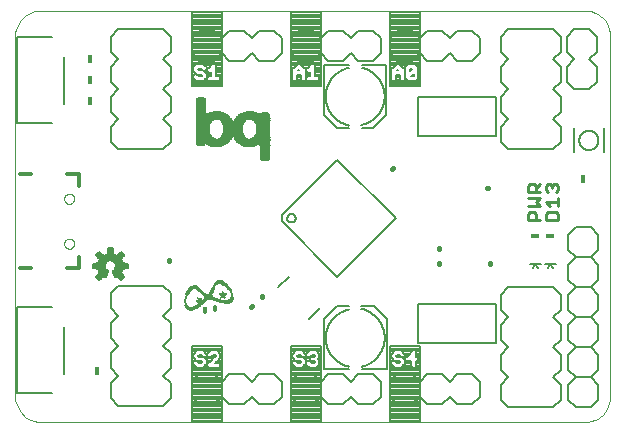
<source format=gto>
G75*
%MOIN*%
%OFA0B0*%
%FSLAX25Y25*%
%IPPOS*%
%LPD*%
%AMOC8*
5,1,8,0,0,1.08239X$1,22.5*
%
%ADD10C,0.00394*%
%ADD11C,0.01000*%
%ADD12C,0.00800*%
%ADD13C,0.00600*%
%ADD14C,0.00000*%
%ADD15C,0.01200*%
%ADD16C,0.01600*%
%ADD17R,0.02800X0.01600*%
%ADD18R,0.01600X0.02800*%
%ADD19R,0.00300X0.00060*%
%ADD20R,0.00540X0.00060*%
%ADD21R,0.00720X0.00060*%
%ADD22R,0.00840X0.00060*%
%ADD23R,0.00960X0.00060*%
%ADD24R,0.01020X0.00060*%
%ADD25R,0.01080X0.00060*%
%ADD26R,0.01140X0.00060*%
%ADD27R,0.01200X0.00060*%
%ADD28R,0.01260X0.00060*%
%ADD29R,0.01260X0.00060*%
%ADD30R,0.01320X0.00060*%
%ADD31R,0.00420X0.00060*%
%ADD32R,0.01380X0.00060*%
%ADD33R,0.00600X0.00060*%
%ADD34R,0.01440X0.00060*%
%ADD35R,0.00780X0.00060*%
%ADD36R,0.01440X0.00060*%
%ADD37R,0.00900X0.00060*%
%ADD38R,0.00960X0.00060*%
%ADD39R,0.01020X0.00060*%
%ADD40R,0.01020X0.00060*%
%ADD41R,0.01200X0.00060*%
%ADD42R,0.01800X0.00060*%
%ADD43R,0.02100X0.00060*%
%ADD44R,0.02340X0.00060*%
%ADD45R,0.01380X0.00060*%
%ADD46R,0.02580X0.00060*%
%ADD47R,0.02760X0.00060*%
%ADD48R,0.01380X0.00060*%
%ADD49R,0.01380X0.00060*%
%ADD50R,0.02940X0.00060*%
%ADD51R,0.01320X0.00060*%
%ADD52R,0.03120X0.00060*%
%ADD53R,0.03300X0.00060*%
%ADD54R,0.03480X0.00060*%
%ADD55R,0.03660X0.00060*%
%ADD56R,0.01140X0.00060*%
%ADD57R,0.03780X0.00060*%
%ADD58R,0.03900X0.00060*%
%ADD59R,0.04080X0.00060*%
%ADD60R,0.00900X0.00060*%
%ADD61R,0.04140X0.00060*%
%ADD62R,0.04320X0.00060*%
%ADD63R,0.00660X0.00060*%
%ADD64R,0.01680X0.00060*%
%ADD65R,0.02400X0.00060*%
%ADD66R,0.00480X0.00060*%
%ADD67R,0.02160X0.00060*%
%ADD68R,0.00120X0.00060*%
%ADD69R,0.01980X0.00060*%
%ADD70R,0.01260X0.00060*%
%ADD71R,0.01920X0.00060*%
%ADD72R,0.01140X0.00060*%
%ADD73R,0.01860X0.00060*%
%ADD74R,0.01860X0.00060*%
%ADD75R,0.01080X0.00060*%
%ADD76R,0.01740X0.00060*%
%ADD77R,0.00960X0.00060*%
%ADD78R,0.01680X0.00060*%
%ADD79R,0.01620X0.00060*%
%ADD80R,0.00780X0.00060*%
%ADD81R,0.01620X0.00060*%
%ADD82R,0.00660X0.00060*%
%ADD83R,0.00420X0.00060*%
%ADD84R,0.01560X0.00060*%
%ADD85R,0.01560X0.00060*%
%ADD86R,0.01500X0.00060*%
%ADD87R,0.01560X0.00060*%
%ADD88R,0.00840X0.00060*%
%ADD89R,0.01620X0.00060*%
%ADD90R,0.00840X0.00060*%
%ADD91R,0.01920X0.00060*%
%ADD92R,0.00780X0.00060*%
%ADD93R,0.02040X0.00060*%
%ADD94R,0.02460X0.00060*%
%ADD95R,0.02880X0.00060*%
%ADD96R,0.02220X0.00060*%
%ADD97R,0.03240X0.00060*%
%ADD98R,0.02340X0.00060*%
%ADD99R,0.03600X0.00060*%
%ADD100R,0.02580X0.00060*%
%ADD101R,0.00780X0.00060*%
%ADD102R,0.04200X0.00060*%
%ADD103R,0.03000X0.00060*%
%ADD104R,0.04500X0.00060*%
%ADD105R,0.03240X0.00060*%
%ADD106R,0.04740X0.00060*%
%ADD107R,0.03420X0.00060*%
%ADD108R,0.04980X0.00060*%
%ADD109R,0.03360X0.00060*%
%ADD110R,0.05160X0.00060*%
%ADD111R,0.05400X0.00060*%
%ADD112R,0.05640X0.00060*%
%ADD113R,0.05820X0.00060*%
%ADD114R,0.06000X0.00060*%
%ADD115R,0.06180X0.00060*%
%ADD116R,0.03480X0.00060*%
%ADD117R,0.02280X0.00060*%
%ADD118R,0.03060X0.00060*%
%ADD119R,0.01740X0.00060*%
%ADD120R,0.02760X0.00060*%
%ADD121R,0.02700X0.00060*%
%ADD122R,0.05280X0.00060*%
%ADD123R,0.00660X0.00060*%
%ADD124R,0.00240X0.00060*%
%ADD125R,0.04260X0.00060*%
%ADD126R,0.00420X0.00060*%
%ADD127R,0.00060X0.00060*%
%ADD128R,0.04080X0.00060*%
%ADD129R,0.01080X0.00060*%
%ADD130R,0.00300X0.00060*%
%ADD131R,0.03840X0.00060*%
%ADD132R,0.00060X0.00060*%
%ADD133R,0.00240X0.00060*%
%ADD134R,0.03720X0.00060*%
%ADD135R,0.00180X0.00060*%
%ADD136R,0.03540X0.00060*%
%ADD137R,0.03360X0.00060*%
%ADD138R,0.00360X0.00060*%
%ADD139R,0.03240X0.00060*%
%ADD140R,0.00420X0.00060*%
%ADD141R,0.03120X0.00060*%
%ADD142R,0.02880X0.00060*%
%ADD143R,0.02880X0.00060*%
%ADD144R,0.02820X0.00060*%
%ADD145R,0.02820X0.00060*%
%ADD146R,0.02820X0.00060*%
%ADD147R,0.03060X0.00060*%
%ADD148R,0.00720X0.00060*%
%ADD149R,0.03120X0.00060*%
%ADD150R,0.01920X0.00060*%
%ADD151R,0.00720X0.00060*%
%ADD152R,0.03180X0.00060*%
%ADD153R,0.02040X0.00060*%
%ADD154R,0.02280X0.00060*%
%ADD155R,0.00960X0.00060*%
%ADD156R,0.02460X0.00060*%
%ADD157R,0.01020X0.00060*%
%ADD158R,0.00720X0.00060*%
%ADD159R,0.01080X0.00060*%
%ADD160R,0.00360X0.00060*%
%ADD161R,0.01140X0.00060*%
%ADD162R,0.01260X0.00060*%
%ADD163R,0.01680X0.00060*%
%ADD164R,0.01740X0.00060*%
%ADD165R,0.02940X0.00060*%
%ADD166R,0.02520X0.00060*%
%ADD167R,0.01320X0.00060*%
%ADD168R,0.01500X0.00060*%
%ADD169R,0.01860X0.00060*%
%ADD170R,0.02160X0.00060*%
%ADD171R,0.04020X0.00060*%
%ADD172R,0.03960X0.00060*%
%ADD173R,0.03720X0.00060*%
%ADD174R,0.03660X0.00060*%
%ADD175R,0.02940X0.00060*%
%ADD176R,0.02640X0.00060*%
%ADD177R,0.02520X0.00060*%
%ADD178R,0.02340X0.00060*%
%ADD179C,0.00591*%
%ADD180R,0.01800X0.00100*%
%ADD181R,0.02200X0.00100*%
%ADD182R,0.02500X0.00100*%
%ADD183R,0.02700X0.00100*%
%ADD184R,0.02900X0.00100*%
%ADD185R,0.03100X0.00100*%
%ADD186R,0.03300X0.00100*%
%ADD187R,0.03500X0.00100*%
%ADD188R,0.03600X0.00100*%
%ADD189R,0.01500X0.00100*%
%ADD190R,0.02800X0.00100*%
%ADD191R,0.03700X0.00100*%
%ADD192R,0.01700X0.00100*%
%ADD193R,0.04300X0.00100*%
%ADD194R,0.04400X0.00100*%
%ADD195R,0.02100X0.00100*%
%ADD196R,0.04900X0.00100*%
%ADD197R,0.05000X0.00100*%
%ADD198R,0.02400X0.00100*%
%ADD199R,0.05400X0.00100*%
%ADD200R,0.05800X0.00100*%
%ADD201R,0.05900X0.00100*%
%ADD202R,0.03800X0.00100*%
%ADD203R,0.06200X0.00100*%
%ADD204R,0.10000X0.00100*%
%ADD205R,0.03000X0.00100*%
%ADD206R,0.06600X0.00100*%
%ADD207R,0.10200X0.00100*%
%ADD208R,0.06800X0.00100*%
%ADD209R,0.10300X0.00100*%
%ADD210R,0.10500X0.00100*%
%ADD211R,0.10400X0.00100*%
%ADD212R,0.10600X0.00100*%
%ADD213R,0.10800X0.00100*%
%ADD214R,0.10900X0.00100*%
%ADD215R,0.11000X0.00100*%
%ADD216R,0.11100X0.00100*%
%ADD217R,0.11200X0.00100*%
%ADD218R,0.11300X0.00100*%
%ADD219R,0.11400X0.00100*%
%ADD220R,0.11500X0.00100*%
%ADD221R,0.11600X0.00100*%
%ADD222R,0.11700X0.00100*%
%ADD223R,0.11800X0.00100*%
%ADD224R,0.11900X0.00100*%
%ADD225R,0.06500X0.00100*%
%ADD226R,0.04600X0.00100*%
%ADD227R,0.06100X0.00100*%
%ADD228R,0.04200X0.00100*%
%ADD229R,0.04100X0.00100*%
%ADD230R,0.05700X0.00100*%
%ADD231R,0.05600X0.00100*%
%ADD232R,0.04000X0.00100*%
%ADD233R,0.05500X0.00100*%
%ADD234R,0.03900X0.00100*%
%ADD235R,0.05300X0.00100*%
%ADD236R,0.05200X0.00100*%
%ADD237R,0.07700X0.00100*%
%ADD238R,0.05100X0.00100*%
%ADD239R,0.07500X0.00100*%
%ADD240R,0.07300X0.00100*%
%ADD241R,0.07100X0.00100*%
%ADD242R,0.04800X0.00100*%
%ADD243R,0.06900X0.00100*%
%ADD244R,0.04700X0.00100*%
%ADD245R,0.06700X0.00100*%
D10*
X0013852Y0009142D02*
X0013224Y0010066D01*
X0012790Y0011090D01*
X0012356Y0012115D01*
X0012115Y0013241D01*
X0012115Y0135651D01*
X0012356Y0136777D01*
X0012790Y0137802D01*
X0013224Y0138826D01*
X0013852Y0139750D01*
X0014628Y0140525D01*
X0015404Y0141301D01*
X0016327Y0141929D01*
X0017352Y0142363D01*
X0018377Y0142798D01*
X0019503Y0143038D01*
X0202967Y0143038D01*
X0204094Y0142798D01*
X0205119Y0142363D01*
X0206143Y0141929D01*
X0207067Y0141301D01*
X0207843Y0140525D01*
X0208619Y0139750D01*
X0209247Y0138826D01*
X0209681Y0137802D01*
X0210115Y0136777D01*
X0210355Y0135651D01*
X0210355Y0013241D01*
X0210115Y0012115D01*
X0209681Y0011090D01*
X0209247Y0010066D01*
X0208619Y0009142D01*
X0207843Y0008366D01*
X0207067Y0007591D01*
X0206143Y0006962D01*
X0205119Y0006528D01*
X0204094Y0006094D01*
X0202967Y0005854D01*
X0019503Y0005854D01*
X0018377Y0006094D01*
X0017352Y0006528D01*
X0016327Y0006962D01*
X0015404Y0007591D01*
X0013852Y0009142D01*
D11*
X0182843Y0073300D02*
X0182843Y0075302D01*
X0183510Y0075969D01*
X0184845Y0075969D01*
X0185512Y0075302D01*
X0185512Y0073300D01*
X0186846Y0073300D02*
X0182843Y0073300D01*
X0182843Y0077904D02*
X0186846Y0077904D01*
X0185512Y0079238D01*
X0186846Y0080573D01*
X0182843Y0080573D01*
X0182843Y0082508D02*
X0182843Y0084510D01*
X0183510Y0085177D01*
X0184845Y0085177D01*
X0185512Y0084510D01*
X0185512Y0082508D01*
X0185512Y0083842D02*
X0186846Y0085177D01*
X0188843Y0084510D02*
X0189510Y0085177D01*
X0190178Y0085177D01*
X0190845Y0084510D01*
X0191512Y0085177D01*
X0192179Y0085177D01*
X0192846Y0084510D01*
X0192846Y0083175D01*
X0192179Y0082508D01*
X0190845Y0083842D02*
X0190845Y0084510D01*
X0188843Y0084510D02*
X0188843Y0083175D01*
X0189510Y0082508D01*
X0186846Y0082508D02*
X0182843Y0082508D01*
X0188843Y0079238D02*
X0190178Y0077904D01*
X0188843Y0079238D02*
X0192846Y0079238D01*
X0192846Y0077904D02*
X0192846Y0080573D01*
X0192179Y0075969D02*
X0189510Y0075969D01*
X0188843Y0075302D01*
X0188843Y0073300D01*
X0192846Y0073300D01*
X0192846Y0075302D01*
X0192179Y0075969D01*
D12*
X0198846Y0070800D02*
X0203846Y0070800D01*
X0206346Y0068300D01*
X0206346Y0063300D01*
X0203846Y0060800D01*
X0198846Y0060800D01*
X0196346Y0063300D01*
X0196346Y0068300D01*
X0198846Y0070800D01*
X0198846Y0060800D02*
X0196346Y0058300D01*
X0196346Y0053300D01*
X0198846Y0050800D01*
X0203846Y0050800D01*
X0206346Y0048300D01*
X0206346Y0043300D01*
X0203846Y0040800D01*
X0198846Y0040800D01*
X0196346Y0043300D01*
X0196346Y0048300D01*
X0198846Y0050800D01*
X0203846Y0050800D02*
X0206346Y0053300D01*
X0206346Y0058300D01*
X0203846Y0060800D01*
X0192157Y0058469D02*
X0190346Y0058469D01*
X0191267Y0057249D01*
X0190346Y0058469D02*
X0188535Y0058469D01*
X0187157Y0058469D02*
X0185346Y0058469D01*
X0186267Y0057249D01*
X0185346Y0058469D02*
X0183535Y0058469D01*
X0184487Y0057249D02*
X0185246Y0058409D01*
X0189487Y0057249D02*
X0190246Y0058409D01*
X0172246Y0045300D02*
X0172246Y0032300D01*
X0146446Y0032300D01*
X0146446Y0045300D01*
X0172246Y0045300D01*
X0196346Y0038300D02*
X0196346Y0033300D01*
X0198846Y0030800D01*
X0203846Y0030800D01*
X0206346Y0028300D01*
X0206346Y0023300D01*
X0203846Y0020800D01*
X0198846Y0020800D01*
X0196346Y0023300D01*
X0196346Y0028300D01*
X0198846Y0030800D01*
X0203846Y0030800D02*
X0206346Y0033300D01*
X0206346Y0038300D01*
X0203846Y0040800D01*
X0198846Y0040800D02*
X0196346Y0038300D01*
X0198846Y0020800D02*
X0196346Y0018300D01*
X0196346Y0013300D01*
X0198846Y0010800D01*
X0203846Y0010800D01*
X0206346Y0013300D01*
X0206346Y0018300D01*
X0203846Y0020800D01*
X0166846Y0019300D02*
X0166846Y0014300D01*
X0164346Y0011800D01*
X0159346Y0011800D01*
X0156846Y0014300D01*
X0154346Y0011800D01*
X0149346Y0011800D01*
X0146846Y0014300D01*
X0136846Y0014300D01*
X0136846Y0015100D01*
X0146846Y0015100D01*
X0146846Y0014300D01*
X0146846Y0013500D01*
X0136846Y0013500D01*
X0136846Y0014300D01*
X0136846Y0019300D01*
X0139346Y0021800D01*
X0144346Y0021800D01*
X0146846Y0019300D01*
X0149346Y0021800D01*
X0154346Y0021800D01*
X0156846Y0019300D01*
X0159346Y0021800D01*
X0164346Y0021800D01*
X0166846Y0019300D01*
X0146846Y0019100D02*
X0146846Y0018300D01*
X0136846Y0018300D01*
X0136846Y0019100D01*
X0146846Y0019100D01*
X0146846Y0019900D01*
X0136846Y0019900D01*
X0136846Y0020700D01*
X0146846Y0020700D01*
X0146846Y0019900D01*
X0146846Y0020700D02*
X0146846Y0021500D01*
X0136846Y0021500D01*
X0136846Y0022300D01*
X0146846Y0022300D01*
X0146846Y0021500D01*
X0146846Y0022300D02*
X0146846Y0023100D01*
X0136846Y0023100D01*
X0136846Y0023900D01*
X0146846Y0023900D01*
X0146846Y0023100D01*
X0146846Y0023900D02*
X0146846Y0024700D01*
X0145702Y0024700D01*
X0145702Y0025500D01*
X0146846Y0025500D01*
X0146846Y0024700D01*
X0146846Y0025500D02*
X0146846Y0026300D01*
X0146182Y0026300D01*
X0146403Y0026520D01*
X0146403Y0027100D01*
X0146846Y0027100D01*
X0146846Y0026300D01*
X0146182Y0026300D02*
X0145934Y0026052D01*
X0145702Y0026052D01*
X0145702Y0025500D01*
X0145702Y0024700D02*
X0145702Y0024419D01*
X0145233Y0023950D01*
X0144571Y0023950D01*
X0144102Y0024419D01*
X0144102Y0024700D01*
X0141380Y0024700D01*
X0141098Y0024419D02*
X0141799Y0025119D01*
X0141799Y0025500D01*
X0144102Y0025500D01*
X0144102Y0024700D01*
X0144102Y0025500D02*
X0144102Y0026052D01*
X0142469Y0026052D01*
X0142221Y0026300D01*
X0141799Y0026300D01*
X0141799Y0026483D01*
X0141790Y0026491D01*
X0140828Y0027453D01*
X0141330Y0027453D01*
X0141777Y0027900D01*
X0142717Y0027900D01*
X0142469Y0027652D02*
X0142000Y0027183D01*
X0142000Y0027100D01*
X0141181Y0027100D01*
X0142000Y0027100D02*
X0142000Y0026520D01*
X0142221Y0026300D01*
X0141799Y0026300D02*
X0141799Y0025500D01*
X0141098Y0024419D02*
X0140630Y0023950D01*
X0138566Y0023950D01*
X0137816Y0024700D01*
X0136846Y0024700D01*
X0136846Y0025500D01*
X0137396Y0025500D01*
X0137396Y0025119D01*
X0137816Y0024700D01*
X0137396Y0025500D02*
X0137396Y0025782D01*
X0137865Y0026250D01*
X0138367Y0026250D01*
X0138317Y0026300D01*
X0136846Y0026300D01*
X0136846Y0027100D01*
X0137517Y0027100D01*
X0138317Y0026300D01*
X0138727Y0026052D02*
X0139967Y0026052D01*
X0140199Y0025820D01*
X0140199Y0025782D01*
X0139967Y0025550D01*
X0139228Y0025550D01*
X0138727Y0026052D01*
X0137517Y0027100D02*
X0137396Y0027221D01*
X0137396Y0027900D01*
X0136846Y0027900D01*
X0136846Y0028700D01*
X0137512Y0028700D01*
X0137396Y0028584D01*
X0137396Y0027900D01*
X0136846Y0027900D02*
X0136846Y0027100D01*
X0136846Y0026300D02*
X0136846Y0025500D01*
X0136846Y0024700D02*
X0136846Y0023900D01*
X0136846Y0023100D02*
X0136846Y0022300D01*
X0136846Y0021500D02*
X0136846Y0020700D01*
X0136846Y0019900D02*
X0136846Y0019100D01*
X0136846Y0018300D02*
X0136846Y0017500D01*
X0146846Y0017500D01*
X0146846Y0016700D01*
X0136846Y0016700D01*
X0136846Y0017500D01*
X0136846Y0016700D02*
X0136846Y0015900D01*
X0146846Y0015900D01*
X0146846Y0015100D01*
X0146846Y0015900D02*
X0146846Y0016700D01*
X0146846Y0017500D02*
X0146846Y0018300D01*
X0146846Y0014300D02*
X0144346Y0011800D01*
X0139346Y0011800D01*
X0136846Y0014300D01*
X0136846Y0013500D02*
X0136846Y0012700D01*
X0146846Y0012700D01*
X0146846Y0011900D01*
X0136846Y0011900D01*
X0136846Y0012700D01*
X0136846Y0011900D02*
X0136846Y0011100D01*
X0146846Y0011100D01*
X0146846Y0010300D01*
X0136846Y0010300D01*
X0136846Y0011100D01*
X0136846Y0010300D02*
X0136846Y0009500D01*
X0146846Y0009500D01*
X0146846Y0008700D01*
X0136846Y0008700D01*
X0136846Y0009500D01*
X0136846Y0008700D02*
X0136846Y0007900D01*
X0146846Y0007900D01*
X0146846Y0007100D01*
X0136846Y0007100D01*
X0136846Y0007900D01*
X0136846Y0007100D02*
X0136846Y0006300D01*
X0146846Y0006300D01*
X0146846Y0007100D01*
X0146846Y0007900D02*
X0146846Y0008700D01*
X0146846Y0009500D02*
X0146846Y0010300D01*
X0146846Y0011100D02*
X0146846Y0011900D01*
X0146846Y0012700D02*
X0146846Y0013500D01*
X0136846Y0015100D02*
X0136846Y0015900D01*
X0133846Y0014300D02*
X0131346Y0011800D01*
X0126346Y0011800D01*
X0123846Y0014300D01*
X0121346Y0011800D01*
X0116346Y0011800D01*
X0113846Y0014300D01*
X0103846Y0014300D01*
X0103846Y0015100D01*
X0113846Y0015100D01*
X0113846Y0014300D01*
X0113846Y0013500D01*
X0103846Y0013500D01*
X0103846Y0014300D01*
X0103846Y0019300D01*
X0106346Y0021800D01*
X0111346Y0021800D01*
X0113846Y0019300D01*
X0116346Y0021800D01*
X0121346Y0021800D01*
X0123846Y0019300D01*
X0126346Y0021800D01*
X0131346Y0021800D01*
X0133846Y0019300D01*
X0133846Y0014300D01*
X0135817Y0023564D02*
X0127549Y0023564D01*
X0123219Y0023564D02*
X0114951Y0023564D01*
X0114951Y0040099D01*
X0119281Y0044430D01*
X0123219Y0044430D01*
X0127352Y0044430D02*
X0131486Y0044430D01*
X0135817Y0040099D01*
X0135817Y0023564D01*
X0139228Y0027652D02*
X0138996Y0027884D01*
X0138996Y0027900D01*
X0140220Y0027900D01*
X0140469Y0027652D01*
X0139228Y0027652D01*
X0138996Y0027900D02*
X0138996Y0027922D01*
X0139228Y0028154D01*
X0139967Y0028154D01*
X0140220Y0027900D01*
X0141777Y0027900D02*
X0141799Y0027922D01*
X0141799Y0028584D01*
X0141683Y0028700D01*
X0143517Y0028700D01*
X0144317Y0029500D02*
X0140883Y0029500D01*
X0140630Y0029754D01*
X0138566Y0029754D01*
X0138312Y0029500D01*
X0136846Y0029500D01*
X0136846Y0030300D01*
X0146846Y0030300D01*
X0146846Y0029500D01*
X0145487Y0029500D01*
X0145233Y0029754D01*
X0144571Y0029754D01*
X0142469Y0027652D01*
X0141683Y0028700D02*
X0140883Y0029500D01*
X0138312Y0029500D02*
X0137512Y0028700D01*
X0136846Y0028700D02*
X0136846Y0029500D01*
X0136846Y0030300D02*
X0136846Y0031050D01*
X0146846Y0031050D01*
X0146846Y0030300D01*
X0146846Y0029500D02*
X0146846Y0028700D01*
X0145702Y0028700D01*
X0145702Y0029285D01*
X0145487Y0029500D01*
X0145702Y0028700D02*
X0145702Y0027900D01*
X0146846Y0027900D01*
X0146846Y0027100D01*
X0146403Y0027100D02*
X0146403Y0027183D01*
X0145934Y0027652D01*
X0145702Y0027652D01*
X0145702Y0027900D01*
X0146846Y0027900D02*
X0146846Y0028700D01*
X0123218Y0024351D02*
X0122986Y0024404D01*
X0122755Y0024463D01*
X0122526Y0024527D01*
X0122299Y0024598D01*
X0122073Y0024673D01*
X0121849Y0024754D01*
X0121627Y0024841D01*
X0121408Y0024933D01*
X0121191Y0025030D01*
X0120976Y0025133D01*
X0120764Y0025241D01*
X0120554Y0025354D01*
X0120347Y0025472D01*
X0120144Y0025595D01*
X0119943Y0025723D01*
X0119745Y0025856D01*
X0119551Y0025993D01*
X0119360Y0026136D01*
X0119173Y0026283D01*
X0118989Y0026434D01*
X0118810Y0026590D01*
X0118634Y0026750D01*
X0118462Y0026915D01*
X0118294Y0027084D01*
X0118130Y0027256D01*
X0117970Y0027433D01*
X0117815Y0027614D01*
X0117664Y0027798D01*
X0117518Y0027986D01*
X0117377Y0028177D01*
X0117240Y0028372D01*
X0117108Y0028570D01*
X0116981Y0028771D01*
X0116858Y0028976D01*
X0116741Y0029183D01*
X0116629Y0029393D01*
X0116522Y0029606D01*
X0116420Y0029821D01*
X0116324Y0030038D01*
X0116233Y0030258D01*
X0116147Y0030480D01*
X0116067Y0030705D01*
X0115992Y0030931D01*
X0115923Y0031158D01*
X0115859Y0031388D01*
X0115801Y0031619D01*
X0115749Y0031851D01*
X0115702Y0032084D01*
X0115661Y0032319D01*
X0115626Y0032554D01*
X0115597Y0032790D01*
X0115573Y0033027D01*
X0115555Y0033265D01*
X0115543Y0033502D01*
X0115537Y0033740D01*
X0115537Y0033978D01*
X0115542Y0034216D01*
X0115553Y0034454D01*
X0115570Y0034692D01*
X0115593Y0034929D01*
X0115621Y0035165D01*
X0115656Y0035401D01*
X0115696Y0035635D01*
X0115741Y0035869D01*
X0115793Y0036101D01*
X0115850Y0036332D01*
X0115913Y0036562D01*
X0115981Y0036790D01*
X0116055Y0037016D01*
X0116134Y0037241D01*
X0116219Y0037463D01*
X0116309Y0037684D01*
X0116405Y0037902D01*
X0116506Y0038117D01*
X0116612Y0038330D01*
X0116723Y0038541D01*
X0116840Y0038748D01*
X0116961Y0038953D01*
X0117088Y0039155D01*
X0117219Y0039353D01*
X0117355Y0039549D01*
X0117496Y0039741D01*
X0117641Y0039929D01*
X0117791Y0040114D01*
X0117946Y0040295D01*
X0118105Y0040472D01*
X0118268Y0040646D01*
X0118435Y0040815D01*
X0118607Y0040980D01*
X0118782Y0041141D01*
X0118961Y0041298D01*
X0119144Y0041450D01*
X0119331Y0041598D01*
X0119521Y0041741D01*
X0119715Y0041879D01*
X0119912Y0042013D01*
X0120112Y0042141D01*
X0120315Y0042265D01*
X0120522Y0042384D01*
X0120731Y0042498D01*
X0120943Y0042607D01*
X0121157Y0042710D01*
X0121374Y0042808D01*
X0121593Y0042901D01*
X0121815Y0042988D01*
X0122038Y0043070D01*
X0122263Y0043147D01*
X0122491Y0043218D01*
X0122720Y0043283D01*
X0122950Y0043343D01*
X0123182Y0043397D01*
X0123415Y0043446D01*
X0113643Y0043929D02*
X0110024Y0040310D01*
X0113846Y0031050D02*
X0103846Y0031050D01*
X0103846Y0030300D01*
X0113846Y0030300D01*
X0113846Y0029500D01*
X0112487Y0029500D01*
X0112233Y0029754D01*
X0110170Y0029754D01*
X0109916Y0029500D01*
X0107883Y0029500D01*
X0107630Y0029754D01*
X0105566Y0029754D01*
X0105312Y0029500D01*
X0103846Y0029500D01*
X0103846Y0030300D01*
X0103846Y0029500D02*
X0103846Y0028700D01*
X0104512Y0028700D01*
X0104396Y0028584D01*
X0104396Y0027900D01*
X0103846Y0027900D01*
X0103846Y0028700D01*
X0104512Y0028700D02*
X0105312Y0029500D01*
X0106228Y0028154D02*
X0106967Y0028154D01*
X0107220Y0027900D01*
X0105996Y0027900D01*
X0105996Y0027922D01*
X0106228Y0028154D01*
X0105996Y0027900D02*
X0105996Y0027884D01*
X0106228Y0027652D01*
X0107469Y0027652D01*
X0107220Y0027900D01*
X0107828Y0027453D02*
X0108330Y0027453D01*
X0108777Y0027900D01*
X0109022Y0027900D01*
X0109469Y0027453D01*
X0110132Y0027453D01*
X0110579Y0027900D01*
X0111803Y0027900D01*
X0111803Y0027884D01*
X0111571Y0027652D01*
X0110870Y0027652D01*
X0110402Y0027183D01*
X0110402Y0027100D01*
X0108181Y0027100D01*
X0107828Y0027453D02*
X0108790Y0026491D01*
X0108799Y0026483D01*
X0108799Y0026300D01*
X0110622Y0026300D01*
X0110870Y0026052D01*
X0111571Y0026052D01*
X0111803Y0025820D01*
X0111803Y0025782D01*
X0111571Y0025550D01*
X0110832Y0025550D01*
X0110132Y0026250D01*
X0109469Y0026250D01*
X0109000Y0025782D01*
X0109000Y0025500D01*
X0108799Y0025500D01*
X0108799Y0026300D01*
X0108799Y0025500D02*
X0108799Y0025119D01*
X0108098Y0024419D01*
X0107630Y0023950D01*
X0105566Y0023950D01*
X0104816Y0024700D01*
X0103846Y0024700D01*
X0103846Y0025500D01*
X0104396Y0025500D01*
X0104396Y0025119D01*
X0104816Y0024700D01*
X0104396Y0025500D02*
X0104396Y0025782D01*
X0104865Y0026250D01*
X0105367Y0026250D01*
X0105317Y0026300D01*
X0103846Y0026300D01*
X0103846Y0027100D01*
X0104517Y0027100D01*
X0105317Y0026300D01*
X0105727Y0026052D02*
X0106967Y0026052D01*
X0107199Y0025820D01*
X0107199Y0025782D01*
X0106967Y0025550D01*
X0106228Y0025550D01*
X0105727Y0026052D01*
X0104517Y0027100D02*
X0104396Y0027221D01*
X0104396Y0027900D01*
X0103846Y0027900D02*
X0103846Y0027100D01*
X0103846Y0026300D02*
X0103846Y0025500D01*
X0103846Y0024700D02*
X0103846Y0023900D01*
X0113846Y0023900D01*
X0113846Y0023100D01*
X0103846Y0023100D01*
X0103846Y0023900D01*
X0103846Y0023100D02*
X0103846Y0022300D01*
X0113846Y0022300D01*
X0113846Y0021500D01*
X0103846Y0021500D01*
X0103846Y0022300D01*
X0103846Y0021500D02*
X0103846Y0020700D01*
X0113846Y0020700D01*
X0113846Y0019900D01*
X0103846Y0019900D01*
X0103846Y0020700D01*
X0103846Y0019900D02*
X0103846Y0019100D01*
X0113846Y0019100D01*
X0113846Y0018300D01*
X0103846Y0018300D01*
X0103846Y0019100D01*
X0103846Y0018300D02*
X0103846Y0017500D01*
X0113846Y0017500D01*
X0113846Y0016700D01*
X0103846Y0016700D01*
X0103846Y0017500D01*
X0103846Y0016700D02*
X0103846Y0015900D01*
X0113846Y0015900D01*
X0113846Y0015100D01*
X0113846Y0015900D02*
X0113846Y0016700D01*
X0113846Y0017500D02*
X0113846Y0018300D01*
X0113846Y0019100D02*
X0113846Y0019900D01*
X0113846Y0020700D02*
X0113846Y0021500D01*
X0113846Y0022300D02*
X0113846Y0023100D01*
X0113846Y0023900D02*
X0113846Y0024700D01*
X0112983Y0024700D01*
X0113403Y0025119D01*
X0113403Y0025500D01*
X0113846Y0025500D01*
X0113846Y0024700D01*
X0113846Y0025500D02*
X0113846Y0026300D01*
X0113403Y0026300D01*
X0113403Y0026483D01*
X0113394Y0026491D01*
X0113033Y0026852D01*
X0113403Y0027221D01*
X0113403Y0027900D01*
X0113846Y0027900D01*
X0113846Y0027100D01*
X0113282Y0027100D01*
X0113846Y0027100D02*
X0113846Y0026300D01*
X0113403Y0026300D02*
X0113403Y0025500D01*
X0112983Y0024700D02*
X0112233Y0023950D01*
X0110170Y0023950D01*
X0109420Y0024700D01*
X0108380Y0024700D01*
X0109000Y0025119D02*
X0109420Y0024700D01*
X0109000Y0025119D02*
X0109000Y0025500D01*
X0110402Y0026520D02*
X0110622Y0026300D01*
X0110402Y0026520D02*
X0110402Y0027100D01*
X0110579Y0027900D02*
X0110832Y0028154D01*
X0111571Y0028154D01*
X0111803Y0027922D01*
X0111803Y0027900D01*
X0113403Y0027900D02*
X0113403Y0028584D01*
X0113287Y0028700D01*
X0113846Y0028700D01*
X0113846Y0027900D01*
X0113846Y0028700D02*
X0113846Y0029500D01*
X0113846Y0030300D02*
X0113846Y0031050D01*
X0112487Y0029500D02*
X0113287Y0028700D01*
X0109916Y0029500D02*
X0109116Y0028700D01*
X0108683Y0028700D01*
X0107883Y0029500D01*
X0108683Y0028700D02*
X0108799Y0028584D01*
X0108799Y0027922D01*
X0108777Y0027900D01*
X0109000Y0027922D02*
X0109022Y0027900D01*
X0109000Y0027922D02*
X0109000Y0028584D01*
X0109116Y0028700D01*
X0100846Y0019300D02*
X0098346Y0021800D01*
X0093346Y0021800D01*
X0090846Y0019300D01*
X0088346Y0021800D01*
X0083346Y0021800D01*
X0080846Y0019300D01*
X0078346Y0021800D01*
X0073346Y0021800D01*
X0070846Y0019300D01*
X0070846Y0014300D01*
X0080846Y0014300D01*
X0080846Y0013500D01*
X0070846Y0013500D01*
X0070846Y0014300D01*
X0070846Y0015100D01*
X0080846Y0015100D01*
X0080846Y0014300D01*
X0083346Y0011800D01*
X0088346Y0011800D01*
X0090846Y0014300D01*
X0093346Y0011800D01*
X0098346Y0011800D01*
X0100846Y0014300D01*
X0100846Y0019300D01*
X0103846Y0015900D02*
X0103846Y0015100D01*
X0103846Y0014300D02*
X0106346Y0011800D01*
X0111346Y0011800D01*
X0113846Y0014300D01*
X0113846Y0013500D02*
X0113846Y0012700D01*
X0103846Y0012700D01*
X0103846Y0013500D01*
X0103846Y0012700D02*
X0103846Y0011900D01*
X0113846Y0011900D01*
X0113846Y0011100D01*
X0103846Y0011100D01*
X0103846Y0011900D01*
X0103846Y0011100D02*
X0103846Y0010300D01*
X0113846Y0010300D01*
X0113846Y0009500D01*
X0103846Y0009500D01*
X0103846Y0010300D01*
X0103846Y0009500D02*
X0103846Y0008700D01*
X0113846Y0008700D01*
X0113846Y0007900D01*
X0103846Y0007900D01*
X0103846Y0008700D01*
X0103846Y0007900D02*
X0103846Y0007100D01*
X0113846Y0007100D01*
X0113846Y0006300D01*
X0103846Y0006300D01*
X0103846Y0007100D01*
X0113846Y0007100D02*
X0113846Y0007900D01*
X0113846Y0008700D02*
X0113846Y0009500D01*
X0113846Y0010300D02*
X0113846Y0011100D01*
X0113846Y0011900D02*
X0113846Y0012700D01*
X0127549Y0024352D02*
X0127782Y0024410D01*
X0128014Y0024473D01*
X0128244Y0024542D01*
X0128473Y0024617D01*
X0128699Y0024697D01*
X0128924Y0024783D01*
X0129147Y0024874D01*
X0129367Y0024971D01*
X0129585Y0025073D01*
X0129800Y0025180D01*
X0130012Y0025293D01*
X0130222Y0025410D01*
X0130429Y0025533D01*
X0130633Y0025660D01*
X0130833Y0025793D01*
X0131031Y0025930D01*
X0131225Y0026072D01*
X0131415Y0026219D01*
X0131602Y0026371D01*
X0131785Y0026526D01*
X0131964Y0026687D01*
X0132140Y0026851D01*
X0132311Y0027020D01*
X0132478Y0027193D01*
X0132641Y0027370D01*
X0132799Y0027551D01*
X0132953Y0027736D01*
X0133103Y0027924D01*
X0133248Y0028116D01*
X0133388Y0028311D01*
X0133523Y0028510D01*
X0133654Y0028712D01*
X0133779Y0028917D01*
X0133900Y0029125D01*
X0134015Y0029336D01*
X0134125Y0029550D01*
X0134230Y0029766D01*
X0134330Y0029985D01*
X0134424Y0030206D01*
X0134513Y0030429D01*
X0134597Y0030655D01*
X0134675Y0030882D01*
X0134747Y0031112D01*
X0134814Y0031343D01*
X0134875Y0031575D01*
X0134931Y0031809D01*
X0134981Y0032044D01*
X0135025Y0032281D01*
X0135063Y0032518D01*
X0135096Y0032756D01*
X0135122Y0032995D01*
X0135143Y0033235D01*
X0135158Y0033475D01*
X0135168Y0033715D01*
X0135171Y0033956D01*
X0135169Y0034196D01*
X0135160Y0034436D01*
X0135146Y0034676D01*
X0135126Y0034916D01*
X0135100Y0035155D01*
X0135069Y0035394D01*
X0135031Y0035631D01*
X0134988Y0035868D01*
X0134939Y0036103D01*
X0134885Y0036337D01*
X0134824Y0036570D01*
X0134758Y0036801D01*
X0134687Y0037031D01*
X0134610Y0037259D01*
X0134527Y0037484D01*
X0134439Y0037708D01*
X0134346Y0037930D01*
X0134247Y0038149D01*
X0134143Y0038366D01*
X0134033Y0038580D01*
X0133919Y0038791D01*
X0133799Y0039000D01*
X0133674Y0039205D01*
X0133544Y0039408D01*
X0133410Y0039607D01*
X0133270Y0039803D01*
X0133126Y0039995D01*
X0132978Y0040184D01*
X0132824Y0040370D01*
X0132667Y0040551D01*
X0132504Y0040729D01*
X0132338Y0040902D01*
X0132167Y0041072D01*
X0131993Y0041237D01*
X0131814Y0041398D01*
X0131632Y0041555D01*
X0131446Y0041707D01*
X0131256Y0041854D01*
X0131062Y0041997D01*
X0130865Y0042135D01*
X0130665Y0042269D01*
X0130462Y0042397D01*
X0130256Y0042520D01*
X0130046Y0042639D01*
X0129834Y0042752D01*
X0129619Y0042860D01*
X0129402Y0042963D01*
X0129182Y0043060D01*
X0128960Y0043153D01*
X0128736Y0043239D01*
X0128509Y0043320D01*
X0128281Y0043396D01*
X0128051Y0043466D01*
X0127820Y0043531D01*
X0127586Y0043589D01*
X0127352Y0043643D01*
X0103204Y0054368D02*
X0099585Y0050749D01*
X0080846Y0031050D02*
X0070846Y0031050D01*
X0070846Y0030300D01*
X0080846Y0030300D01*
X0080846Y0029500D01*
X0079487Y0029500D01*
X0079233Y0029754D01*
X0077170Y0029754D01*
X0076916Y0029500D01*
X0074883Y0029500D01*
X0074630Y0029754D01*
X0072566Y0029754D01*
X0072312Y0029500D01*
X0070846Y0029500D01*
X0070846Y0030300D01*
X0070846Y0029500D02*
X0070846Y0028700D01*
X0071512Y0028700D01*
X0071396Y0028584D01*
X0071396Y0027900D01*
X0070846Y0027900D01*
X0070846Y0028700D01*
X0071512Y0028700D02*
X0072312Y0029500D01*
X0073228Y0028154D02*
X0073967Y0028154D01*
X0074220Y0027900D01*
X0072996Y0027900D01*
X0072996Y0027922D01*
X0073228Y0028154D01*
X0072996Y0027900D02*
X0072996Y0027884D01*
X0073228Y0027652D01*
X0074469Y0027652D01*
X0074220Y0027900D01*
X0074828Y0027453D02*
X0075330Y0027453D01*
X0075777Y0027900D01*
X0076022Y0027900D01*
X0076469Y0027453D01*
X0077132Y0027453D01*
X0077579Y0027900D01*
X0078803Y0027900D01*
X0078803Y0027884D01*
X0078019Y0027100D01*
X0075181Y0027100D01*
X0074828Y0027453D02*
X0075790Y0026491D01*
X0075799Y0026483D01*
X0075799Y0026300D01*
X0077219Y0026300D01*
X0076419Y0025500D01*
X0075799Y0025500D01*
X0075799Y0026300D01*
X0075799Y0025500D02*
X0075799Y0025119D01*
X0075098Y0024419D01*
X0074630Y0023950D01*
X0072566Y0023950D01*
X0071816Y0024700D01*
X0070846Y0024700D01*
X0070846Y0025500D01*
X0071396Y0025500D01*
X0071396Y0025119D01*
X0071816Y0024700D01*
X0071396Y0025500D02*
X0071396Y0025782D01*
X0071865Y0026250D01*
X0072367Y0026250D01*
X0072317Y0026300D01*
X0070846Y0026300D01*
X0070846Y0027100D01*
X0071517Y0027100D01*
X0072317Y0026300D01*
X0072727Y0026052D02*
X0073967Y0026052D01*
X0074199Y0025820D01*
X0074199Y0025782D01*
X0073967Y0025550D01*
X0073228Y0025550D01*
X0072727Y0026052D01*
X0071517Y0027100D02*
X0071396Y0027221D01*
X0071396Y0027900D01*
X0070846Y0027900D02*
X0070846Y0027100D01*
X0070846Y0026300D02*
X0070846Y0025500D01*
X0070846Y0024700D02*
X0070846Y0023900D01*
X0080846Y0023900D01*
X0080846Y0023100D01*
X0070846Y0023100D01*
X0070846Y0023900D01*
X0070846Y0023100D02*
X0070846Y0022300D01*
X0080846Y0022300D01*
X0080846Y0021500D01*
X0070846Y0021500D01*
X0070846Y0022300D01*
X0070846Y0021500D02*
X0070846Y0020700D01*
X0080846Y0020700D01*
X0080846Y0019900D01*
X0070846Y0019900D01*
X0070846Y0020700D01*
X0070846Y0019900D02*
X0070846Y0019100D01*
X0080846Y0019100D01*
X0080846Y0018300D01*
X0070846Y0018300D01*
X0070846Y0019100D01*
X0070846Y0018300D02*
X0070846Y0017500D01*
X0080846Y0017500D01*
X0080846Y0016700D01*
X0070846Y0016700D01*
X0070846Y0017500D01*
X0070846Y0016700D02*
X0070846Y0015900D01*
X0080846Y0015900D01*
X0080846Y0015100D01*
X0080846Y0015900D02*
X0080846Y0016700D01*
X0080846Y0017500D02*
X0080846Y0018300D01*
X0080846Y0019100D02*
X0080846Y0019900D01*
X0080846Y0020700D02*
X0080846Y0021500D01*
X0080846Y0022300D02*
X0080846Y0023100D01*
X0080846Y0023900D02*
X0080846Y0024700D01*
X0080403Y0024700D01*
X0080403Y0025081D01*
X0079984Y0025500D01*
X0080846Y0025500D01*
X0080846Y0024700D01*
X0080403Y0024700D02*
X0080403Y0024419D01*
X0079934Y0023950D01*
X0076469Y0023950D01*
X0076000Y0024419D01*
X0076000Y0024700D01*
X0075380Y0024700D01*
X0076000Y0024700D02*
X0076000Y0025081D01*
X0076419Y0025500D01*
X0077219Y0026300D02*
X0078019Y0027100D01*
X0077579Y0027900D02*
X0077832Y0028154D01*
X0078571Y0028154D01*
X0078803Y0027922D01*
X0078803Y0027900D01*
X0080403Y0027900D02*
X0080403Y0027221D01*
X0080282Y0027100D01*
X0080846Y0027100D01*
X0080846Y0026300D01*
X0079482Y0026300D01*
X0080282Y0027100D01*
X0080846Y0027100D02*
X0080846Y0027900D01*
X0080403Y0027900D01*
X0080403Y0028584D01*
X0080287Y0028700D01*
X0080846Y0028700D01*
X0080846Y0027900D01*
X0080846Y0028700D02*
X0080846Y0029500D01*
X0080846Y0030300D02*
X0080846Y0031050D01*
X0079487Y0029500D02*
X0080287Y0028700D01*
X0080846Y0026300D02*
X0080846Y0025500D01*
X0079984Y0025500D02*
X0079934Y0025550D01*
X0078732Y0025550D01*
X0079482Y0026300D01*
X0076022Y0027900D02*
X0076000Y0027922D01*
X0076000Y0028584D01*
X0076116Y0028700D01*
X0075683Y0028700D01*
X0074883Y0029500D01*
X0075683Y0028700D02*
X0075799Y0028584D01*
X0075799Y0027922D01*
X0075777Y0027900D01*
X0076116Y0028700D02*
X0076916Y0029500D01*
X0070846Y0015900D02*
X0070846Y0015100D01*
X0070846Y0014300D02*
X0073346Y0011800D01*
X0078346Y0011800D01*
X0080846Y0014300D01*
X0080846Y0013500D02*
X0080846Y0012700D01*
X0070846Y0012700D01*
X0070846Y0013500D01*
X0070846Y0012700D02*
X0070846Y0011900D01*
X0080846Y0011900D01*
X0080846Y0011100D01*
X0070846Y0011100D01*
X0070846Y0011900D01*
X0070846Y0011100D02*
X0070846Y0010300D01*
X0080846Y0010300D01*
X0080846Y0009500D01*
X0070846Y0009500D01*
X0070846Y0010300D01*
X0070846Y0009500D02*
X0070846Y0008700D01*
X0080846Y0008700D01*
X0080846Y0007900D01*
X0070846Y0007900D01*
X0070846Y0008700D01*
X0070846Y0007900D02*
X0070846Y0007100D01*
X0080846Y0007100D01*
X0080846Y0006300D01*
X0070846Y0006300D01*
X0070846Y0007100D01*
X0080846Y0007100D02*
X0080846Y0007900D01*
X0080846Y0008700D02*
X0080846Y0009500D01*
X0080846Y0010300D02*
X0080846Y0011100D01*
X0080846Y0011900D02*
X0080846Y0012700D01*
X0028220Y0021926D02*
X0028220Y0037674D01*
X0024283Y0044170D02*
X0012472Y0044170D01*
X0012472Y0015430D01*
X0024283Y0015430D01*
X0146446Y0101300D02*
X0146446Y0114300D01*
X0172246Y0114300D01*
X0172246Y0101300D01*
X0146446Y0101300D01*
X0135742Y0108251D02*
X0131411Y0103920D01*
X0127474Y0103920D01*
X0123341Y0103920D02*
X0119207Y0103920D01*
X0114876Y0108251D01*
X0114876Y0124786D01*
X0123144Y0124786D01*
X0121346Y0126300D02*
X0116346Y0126300D01*
X0113846Y0128800D01*
X0103846Y0128800D01*
X0103846Y0129600D01*
X0113846Y0129600D01*
X0113846Y0128800D01*
X0113846Y0128000D01*
X0103846Y0128000D01*
X0103846Y0128800D01*
X0103846Y0133800D01*
X0106346Y0136300D01*
X0111346Y0136300D01*
X0113846Y0133800D01*
X0116346Y0136300D01*
X0121346Y0136300D01*
X0123846Y0133800D01*
X0126346Y0136300D01*
X0131346Y0136300D01*
X0133846Y0133800D01*
X0133846Y0128800D01*
X0131346Y0126300D01*
X0126346Y0126300D01*
X0123846Y0128800D01*
X0121346Y0126300D01*
X0127474Y0124786D02*
X0135742Y0124786D01*
X0135742Y0108251D01*
X0123340Y0104707D02*
X0123106Y0104761D01*
X0122872Y0104819D01*
X0122641Y0104884D01*
X0122411Y0104954D01*
X0122183Y0105030D01*
X0121956Y0105111D01*
X0121732Y0105197D01*
X0121510Y0105290D01*
X0121290Y0105387D01*
X0121073Y0105490D01*
X0120858Y0105598D01*
X0120646Y0105711D01*
X0120436Y0105830D01*
X0120230Y0105953D01*
X0120027Y0106081D01*
X0119827Y0106215D01*
X0119630Y0106353D01*
X0119436Y0106496D01*
X0119246Y0106643D01*
X0119060Y0106795D01*
X0118878Y0106952D01*
X0118699Y0107113D01*
X0118525Y0107278D01*
X0118354Y0107448D01*
X0118188Y0107621D01*
X0118025Y0107799D01*
X0117868Y0107980D01*
X0117714Y0108166D01*
X0117566Y0108355D01*
X0117422Y0108547D01*
X0117282Y0108743D01*
X0117148Y0108942D01*
X0117018Y0109145D01*
X0116893Y0109350D01*
X0116773Y0109559D01*
X0116659Y0109770D01*
X0116549Y0109984D01*
X0116445Y0110201D01*
X0116346Y0110420D01*
X0116253Y0110642D01*
X0116165Y0110866D01*
X0116082Y0111091D01*
X0116005Y0111319D01*
X0115934Y0111549D01*
X0115868Y0111780D01*
X0115807Y0112013D01*
X0115753Y0112247D01*
X0115704Y0112482D01*
X0115661Y0112719D01*
X0115623Y0112956D01*
X0115592Y0113195D01*
X0115566Y0113434D01*
X0115546Y0113674D01*
X0115532Y0113914D01*
X0115523Y0114154D01*
X0115521Y0114394D01*
X0115524Y0114635D01*
X0115534Y0114875D01*
X0115549Y0115115D01*
X0115570Y0115355D01*
X0115596Y0115594D01*
X0115629Y0115832D01*
X0115667Y0116069D01*
X0115711Y0116306D01*
X0115761Y0116541D01*
X0115817Y0116775D01*
X0115878Y0117007D01*
X0115945Y0117238D01*
X0116017Y0117468D01*
X0116095Y0117695D01*
X0116179Y0117921D01*
X0116268Y0118144D01*
X0116362Y0118365D01*
X0116462Y0118584D01*
X0116567Y0118800D01*
X0116677Y0119014D01*
X0116792Y0119225D01*
X0116913Y0119433D01*
X0117038Y0119638D01*
X0117169Y0119840D01*
X0117304Y0120039D01*
X0117444Y0120234D01*
X0117589Y0120426D01*
X0117739Y0120614D01*
X0117893Y0120799D01*
X0118051Y0120980D01*
X0118214Y0121157D01*
X0118381Y0121330D01*
X0118552Y0121499D01*
X0118728Y0121663D01*
X0118907Y0121824D01*
X0119090Y0121979D01*
X0119277Y0122131D01*
X0119467Y0122278D01*
X0119661Y0122420D01*
X0119859Y0122557D01*
X0120059Y0122690D01*
X0120263Y0122817D01*
X0120470Y0122940D01*
X0120680Y0123057D01*
X0120892Y0123170D01*
X0121107Y0123277D01*
X0121325Y0123379D01*
X0121545Y0123476D01*
X0121768Y0123567D01*
X0121993Y0123653D01*
X0122219Y0123733D01*
X0122448Y0123808D01*
X0122678Y0123877D01*
X0122910Y0123940D01*
X0123143Y0123998D01*
X0113846Y0124000D02*
X0112002Y0124000D01*
X0112002Y0124785D01*
X0111987Y0124800D01*
X0113846Y0124800D01*
X0113846Y0124000D01*
X0113846Y0123200D01*
X0112002Y0123200D01*
X0112002Y0124000D01*
X0112002Y0123200D02*
X0112002Y0122400D01*
X0113846Y0122400D01*
X0113846Y0121600D01*
X0112002Y0121600D01*
X0112002Y0122400D01*
X0112002Y0121600D02*
X0112002Y0121050D01*
X0112934Y0121050D01*
X0113184Y0120800D01*
X0113846Y0120800D01*
X0113846Y0120000D01*
X0113403Y0120000D01*
X0113403Y0120581D01*
X0113184Y0120800D01*
X0113846Y0120800D02*
X0113846Y0121600D01*
X0113846Y0122400D02*
X0113846Y0123200D01*
X0113846Y0124800D02*
X0113846Y0125600D01*
X0103846Y0125600D01*
X0103846Y0126400D01*
X0113846Y0126400D01*
X0113846Y0125600D01*
X0113846Y0126400D02*
X0113846Y0127200D01*
X0103846Y0127200D01*
X0103846Y0128000D01*
X0103846Y0128800D02*
X0106346Y0126300D01*
X0111346Y0126300D01*
X0113846Y0128800D01*
X0113846Y0128000D02*
X0113846Y0127200D01*
X0111533Y0125254D02*
X0110870Y0125254D01*
X0110417Y0124800D01*
X0107383Y0124800D01*
X0106929Y0125254D01*
X0106266Y0125254D01*
X0105813Y0124800D01*
X0103846Y0124800D01*
X0103846Y0125600D01*
X0103846Y0124800D02*
X0103846Y0124000D01*
X0105013Y0124000D01*
X0104396Y0123384D01*
X0104396Y0123200D01*
X0103846Y0123200D01*
X0103846Y0124000D01*
X0103846Y0123200D02*
X0103846Y0122400D01*
X0104396Y0122400D01*
X0104396Y0121600D01*
X0103846Y0121600D01*
X0103846Y0122400D01*
X0104396Y0122400D02*
X0104396Y0123200D01*
X0105013Y0124000D02*
X0105813Y0124800D01*
X0107383Y0124800D02*
X0108183Y0124000D01*
X0109617Y0124000D01*
X0109000Y0123384D01*
X0109000Y0123200D01*
X0108799Y0123200D01*
X0108799Y0123384D01*
X0108183Y0124000D01*
X0108799Y0123200D02*
X0108799Y0122400D01*
X0109321Y0122400D01*
X0109469Y0122252D01*
X0110132Y0122252D01*
X0110280Y0122400D01*
X0110402Y0122400D01*
X0110402Y0121600D01*
X0108799Y0121600D01*
X0108799Y0122400D01*
X0109000Y0122721D02*
X0109321Y0122400D01*
X0109000Y0122721D02*
X0109000Y0123200D01*
X0109617Y0124000D02*
X0110417Y0124800D01*
X0111533Y0125254D02*
X0111987Y0124800D01*
X0110402Y0122522D02*
X0110402Y0122400D01*
X0110280Y0122400D02*
X0110402Y0122522D01*
X0110402Y0121600D02*
X0110402Y0121050D01*
X0109469Y0121050D01*
X0109219Y0120800D01*
X0108799Y0120800D01*
X0108799Y0121600D01*
X0108799Y0120800D02*
X0108799Y0120000D01*
X0109000Y0120000D01*
X0109000Y0119919D01*
X0109469Y0119450D01*
X0112934Y0119450D01*
X0113403Y0119919D01*
X0113403Y0120000D01*
X0113846Y0120000D02*
X0113846Y0119200D01*
X0103846Y0119200D01*
X0103846Y0120000D01*
X0104396Y0120000D01*
X0104396Y0119919D01*
X0104865Y0119450D01*
X0105528Y0119450D01*
X0105996Y0119919D01*
X0105996Y0120000D01*
X0107199Y0120000D01*
X0107199Y0119919D01*
X0107667Y0119450D01*
X0108330Y0119450D01*
X0108799Y0119919D01*
X0108799Y0120000D01*
X0109000Y0120000D02*
X0109000Y0120581D01*
X0109219Y0120800D01*
X0107199Y0120800D02*
X0107199Y0120000D01*
X0107199Y0120800D02*
X0105996Y0120800D01*
X0105996Y0121552D01*
X0107199Y0121552D01*
X0107199Y0120800D01*
X0105996Y0120800D02*
X0105996Y0120000D01*
X0104396Y0120000D02*
X0104396Y0120800D01*
X0103846Y0120800D01*
X0103846Y0121600D01*
X0104396Y0121600D02*
X0104396Y0120800D01*
X0103846Y0120800D02*
X0103846Y0120000D01*
X0103846Y0119200D02*
X0103846Y0118400D01*
X0113846Y0118400D01*
X0113846Y0117800D01*
X0103846Y0117800D01*
X0103846Y0118400D01*
X0106427Y0123152D02*
X0106598Y0123322D01*
X0106768Y0123152D01*
X0106427Y0123152D01*
X0106476Y0123200D02*
X0106720Y0123200D01*
X0103846Y0126400D02*
X0103846Y0127200D01*
X0100846Y0128800D02*
X0098346Y0126300D01*
X0093346Y0126300D01*
X0090846Y0128800D01*
X0088346Y0126300D01*
X0083346Y0126300D01*
X0080846Y0128800D01*
X0070846Y0128800D01*
X0070846Y0129600D01*
X0080846Y0129600D01*
X0080846Y0128800D01*
X0080846Y0128000D01*
X0070846Y0128000D01*
X0070846Y0128800D01*
X0070846Y0133800D01*
X0073346Y0136300D01*
X0078346Y0136300D01*
X0080846Y0133800D01*
X0083346Y0136300D01*
X0088346Y0136300D01*
X0090846Y0133800D01*
X0093346Y0136300D01*
X0098346Y0136300D01*
X0100846Y0133800D01*
X0100846Y0128800D01*
X0103846Y0129600D02*
X0103846Y0130400D01*
X0113846Y0130400D01*
X0113846Y0129600D01*
X0113846Y0130400D02*
X0113846Y0131200D01*
X0103846Y0131200D01*
X0103846Y0132000D01*
X0113846Y0132000D01*
X0113846Y0131200D01*
X0113846Y0132000D02*
X0113846Y0132800D01*
X0103846Y0132800D01*
X0103846Y0133600D01*
X0113846Y0133600D01*
X0113846Y0132800D01*
X0113846Y0133600D02*
X0113846Y0134400D01*
X0103846Y0134400D01*
X0103846Y0135200D01*
X0113846Y0135200D01*
X0113846Y0134400D01*
X0113846Y0135200D02*
X0113846Y0136000D01*
X0103846Y0136000D01*
X0103846Y0136800D01*
X0113846Y0136800D01*
X0113846Y0136000D01*
X0113846Y0136800D02*
X0113846Y0137600D01*
X0103846Y0137600D01*
X0103846Y0138400D01*
X0113846Y0138400D01*
X0113846Y0137600D01*
X0113846Y0138400D02*
X0113846Y0139200D01*
X0103846Y0139200D01*
X0103846Y0140000D01*
X0113846Y0140000D01*
X0113846Y0139200D01*
X0113846Y0140000D02*
X0113846Y0140800D01*
X0103846Y0140800D01*
X0103846Y0141600D01*
X0113846Y0141600D01*
X0113846Y0140800D01*
X0113846Y0141600D02*
X0113846Y0142400D01*
X0103846Y0142400D01*
X0103846Y0142550D01*
X0113846Y0142550D01*
X0113846Y0142400D01*
X0103846Y0142400D02*
X0103846Y0141600D01*
X0103846Y0140800D02*
X0103846Y0140000D01*
X0103846Y0139200D02*
X0103846Y0138400D01*
X0103846Y0137600D02*
X0103846Y0136800D01*
X0103846Y0136000D02*
X0103846Y0135200D01*
X0103846Y0134400D02*
X0103846Y0133600D01*
X0103846Y0132800D02*
X0103846Y0132000D01*
X0103846Y0131200D02*
X0103846Y0130400D01*
X0113846Y0119200D02*
X0113846Y0118400D01*
X0127474Y0123999D02*
X0127706Y0123946D01*
X0127937Y0123887D01*
X0128166Y0123823D01*
X0128393Y0123752D01*
X0128619Y0123677D01*
X0128843Y0123596D01*
X0129065Y0123509D01*
X0129284Y0123417D01*
X0129501Y0123320D01*
X0129716Y0123217D01*
X0129928Y0123109D01*
X0130138Y0122996D01*
X0130345Y0122878D01*
X0130548Y0122755D01*
X0130749Y0122627D01*
X0130947Y0122494D01*
X0131141Y0122357D01*
X0131332Y0122214D01*
X0131519Y0122067D01*
X0131703Y0121916D01*
X0131882Y0121760D01*
X0132058Y0121600D01*
X0132230Y0121435D01*
X0132398Y0121266D01*
X0132562Y0121094D01*
X0132722Y0120917D01*
X0132877Y0120736D01*
X0133028Y0120552D01*
X0133174Y0120364D01*
X0133315Y0120173D01*
X0133452Y0119978D01*
X0133584Y0119780D01*
X0133711Y0119579D01*
X0133834Y0119374D01*
X0133951Y0119167D01*
X0134063Y0118957D01*
X0134170Y0118744D01*
X0134272Y0118529D01*
X0134368Y0118312D01*
X0134459Y0118092D01*
X0134545Y0117870D01*
X0134625Y0117645D01*
X0134700Y0117419D01*
X0134769Y0117192D01*
X0134833Y0116962D01*
X0134891Y0116731D01*
X0134943Y0116499D01*
X0134990Y0116266D01*
X0135031Y0116031D01*
X0135066Y0115796D01*
X0135095Y0115560D01*
X0135119Y0115323D01*
X0135137Y0115085D01*
X0135149Y0114848D01*
X0135155Y0114610D01*
X0135155Y0114372D01*
X0135150Y0114134D01*
X0135139Y0113896D01*
X0135122Y0113658D01*
X0135099Y0113421D01*
X0135071Y0113185D01*
X0135036Y0112949D01*
X0134996Y0112715D01*
X0134951Y0112481D01*
X0134899Y0112249D01*
X0134842Y0112018D01*
X0134779Y0111788D01*
X0134711Y0111560D01*
X0134637Y0111334D01*
X0134558Y0111109D01*
X0134473Y0110887D01*
X0134383Y0110666D01*
X0134287Y0110448D01*
X0134186Y0110233D01*
X0134080Y0110020D01*
X0133969Y0109809D01*
X0133852Y0109602D01*
X0133731Y0109397D01*
X0133604Y0109195D01*
X0133473Y0108997D01*
X0133337Y0108801D01*
X0133196Y0108609D01*
X0133051Y0108421D01*
X0132901Y0108236D01*
X0132746Y0108055D01*
X0132587Y0107878D01*
X0132424Y0107704D01*
X0132257Y0107535D01*
X0132085Y0107370D01*
X0131910Y0107209D01*
X0131731Y0107052D01*
X0131548Y0106900D01*
X0131361Y0106752D01*
X0131171Y0106609D01*
X0130977Y0106471D01*
X0130780Y0106337D01*
X0130580Y0106209D01*
X0130377Y0106085D01*
X0130170Y0105966D01*
X0129961Y0105852D01*
X0129749Y0105743D01*
X0129535Y0105640D01*
X0129318Y0105542D01*
X0129099Y0105449D01*
X0128877Y0105362D01*
X0128654Y0105280D01*
X0128429Y0105203D01*
X0128201Y0105132D01*
X0127972Y0105067D01*
X0127742Y0105007D01*
X0127510Y0104953D01*
X0127277Y0104904D01*
X0136846Y0117800D02*
X0146846Y0117800D01*
X0146846Y0118400D01*
X0136846Y0118400D01*
X0136846Y0119200D01*
X0146846Y0119200D01*
X0146846Y0118400D01*
X0146846Y0119200D02*
X0146846Y0120000D01*
X0145783Y0120000D01*
X0146403Y0120619D01*
X0146403Y0120800D01*
X0146846Y0120800D01*
X0146846Y0120000D01*
X0146846Y0120800D02*
X0146846Y0121600D01*
X0146403Y0121600D01*
X0146403Y0122400D01*
X0146846Y0122400D01*
X0146846Y0121600D01*
X0146403Y0121600D02*
X0146403Y0120800D01*
X0145783Y0120000D02*
X0145233Y0119450D01*
X0143170Y0119450D01*
X0142620Y0120000D01*
X0141799Y0120000D01*
X0141799Y0120800D01*
X0142000Y0120800D01*
X0142000Y0120619D01*
X0142620Y0120000D01*
X0141799Y0120000D02*
X0141799Y0119919D01*
X0141330Y0119450D01*
X0140667Y0119450D01*
X0140199Y0119919D01*
X0140199Y0120000D01*
X0138996Y0120000D01*
X0138996Y0120800D01*
X0140199Y0120800D01*
X0140199Y0120000D01*
X0140199Y0120800D02*
X0140199Y0121552D01*
X0138996Y0121552D01*
X0138996Y0120800D01*
X0138996Y0120000D02*
X0138996Y0119919D01*
X0138528Y0119450D01*
X0137865Y0119450D01*
X0137396Y0119919D01*
X0137396Y0120000D01*
X0136846Y0120000D01*
X0136846Y0120800D01*
X0137396Y0120800D01*
X0137396Y0120000D01*
X0136846Y0120000D02*
X0136846Y0119200D01*
X0136846Y0118400D02*
X0136846Y0117800D01*
X0136846Y0120800D02*
X0136846Y0121600D01*
X0137396Y0121600D01*
X0137396Y0120800D01*
X0137396Y0121600D02*
X0137396Y0122400D01*
X0136846Y0122400D01*
X0136846Y0123200D01*
X0137396Y0123200D01*
X0137396Y0122400D01*
X0136846Y0122400D02*
X0136846Y0121600D01*
X0136846Y0123200D02*
X0136846Y0124000D01*
X0138013Y0124000D01*
X0137396Y0123384D01*
X0137396Y0123200D01*
X0136846Y0124000D02*
X0136846Y0124800D01*
X0138813Y0124800D01*
X0138013Y0124000D01*
X0138813Y0124800D02*
X0139266Y0125254D01*
X0139929Y0125254D01*
X0140383Y0124800D01*
X0142716Y0124800D01*
X0142000Y0124084D01*
X0142000Y0124000D01*
X0141183Y0124000D01*
X0140383Y0124800D01*
X0141183Y0124000D02*
X0141799Y0123384D01*
X0141799Y0123200D01*
X0142000Y0123200D01*
X0142000Y0122400D01*
X0141799Y0122400D01*
X0141799Y0123200D01*
X0142000Y0123200D02*
X0142000Y0124000D01*
X0142716Y0124800D02*
X0143170Y0125254D01*
X0145233Y0125254D01*
X0145687Y0124800D01*
X0146846Y0124800D01*
X0146846Y0124000D01*
X0146403Y0124000D01*
X0146403Y0124084D01*
X0145687Y0124800D01*
X0146403Y0124000D02*
X0146403Y0123200D01*
X0146846Y0123200D01*
X0146846Y0122400D01*
X0146403Y0122400D02*
X0146403Y0123200D01*
X0146846Y0123200D02*
X0146846Y0124000D01*
X0146846Y0124800D02*
X0146846Y0125600D01*
X0136846Y0125600D01*
X0136846Y0126400D01*
X0146846Y0126400D01*
X0146846Y0125600D01*
X0146846Y0126400D02*
X0146846Y0127200D01*
X0136846Y0127200D01*
X0136846Y0128000D01*
X0146846Y0128000D01*
X0146846Y0127200D01*
X0146846Y0128000D02*
X0146846Y0128800D01*
X0136846Y0128800D01*
X0136846Y0129600D01*
X0146846Y0129600D01*
X0146846Y0128800D01*
X0149346Y0126300D01*
X0154346Y0126300D01*
X0156846Y0128800D01*
X0159346Y0126300D01*
X0164346Y0126300D01*
X0166846Y0128800D01*
X0166846Y0133800D01*
X0164346Y0136300D01*
X0159346Y0136300D01*
X0156846Y0133800D01*
X0154346Y0136300D01*
X0149346Y0136300D01*
X0146846Y0133800D01*
X0144346Y0136300D01*
X0139346Y0136300D01*
X0136846Y0133800D01*
X0136846Y0128800D01*
X0136846Y0128000D01*
X0136846Y0128800D02*
X0139346Y0126300D01*
X0144346Y0126300D01*
X0146846Y0128800D01*
X0146846Y0129600D02*
X0146846Y0130400D01*
X0136846Y0130400D01*
X0136846Y0131200D01*
X0146846Y0131200D01*
X0146846Y0130400D01*
X0146846Y0131200D02*
X0146846Y0132000D01*
X0136846Y0132000D01*
X0136846Y0132800D01*
X0146846Y0132800D01*
X0146846Y0132000D01*
X0146846Y0132800D02*
X0146846Y0133600D01*
X0136846Y0133600D01*
X0136846Y0134400D01*
X0146846Y0134400D01*
X0146846Y0133600D01*
X0146846Y0134400D02*
X0146846Y0135200D01*
X0136846Y0135200D01*
X0136846Y0136000D01*
X0146846Y0136000D01*
X0146846Y0135200D01*
X0146846Y0136000D02*
X0146846Y0136800D01*
X0136846Y0136800D01*
X0136846Y0137600D01*
X0146846Y0137600D01*
X0146846Y0136800D01*
X0146846Y0137600D02*
X0146846Y0138400D01*
X0136846Y0138400D01*
X0136846Y0139200D01*
X0146846Y0139200D01*
X0146846Y0138400D01*
X0146846Y0139200D02*
X0146846Y0140000D01*
X0136846Y0140000D01*
X0136846Y0140800D01*
X0146846Y0140800D01*
X0146846Y0140000D01*
X0146846Y0140800D02*
X0146846Y0141600D01*
X0136846Y0141600D01*
X0136846Y0142400D01*
X0146846Y0142400D01*
X0146846Y0141600D01*
X0146846Y0142400D02*
X0146846Y0142550D01*
X0136846Y0142550D01*
X0136846Y0142400D01*
X0136846Y0141600D02*
X0136846Y0140800D01*
X0136846Y0140000D02*
X0136846Y0139200D01*
X0136846Y0138400D02*
X0136846Y0137600D01*
X0136846Y0136800D02*
X0136846Y0136000D01*
X0136846Y0135200D02*
X0136846Y0134400D01*
X0136846Y0133600D02*
X0136846Y0132800D01*
X0136846Y0132000D02*
X0136846Y0131200D01*
X0136846Y0130400D02*
X0136846Y0129600D01*
X0136846Y0127200D02*
X0136846Y0126400D01*
X0136846Y0125600D02*
X0136846Y0124800D01*
X0139427Y0123152D02*
X0139598Y0123322D01*
X0139768Y0123152D01*
X0139427Y0123152D01*
X0139476Y0123200D02*
X0139720Y0123200D01*
X0141799Y0122400D02*
X0141799Y0121600D01*
X0142000Y0121600D01*
X0142000Y0120800D01*
X0141799Y0120800D02*
X0141799Y0121600D01*
X0142000Y0121600D02*
X0142000Y0122400D01*
X0143600Y0122882D02*
X0143600Y0123200D01*
X0143919Y0123200D01*
X0143600Y0122882D01*
X0143600Y0123200D02*
X0143600Y0123422D01*
X0143832Y0123654D01*
X0144372Y0123654D01*
X0143919Y0123200D01*
X0144803Y0121822D02*
X0144803Y0121600D01*
X0144581Y0121600D01*
X0144803Y0121822D01*
X0144803Y0121600D02*
X0144803Y0121282D01*
X0144571Y0121050D01*
X0144031Y0121050D01*
X0144581Y0121600D01*
X0195846Y0119300D02*
X0195846Y0124300D01*
X0198346Y0126800D01*
X0195846Y0129300D01*
X0195846Y0134300D01*
X0198346Y0136800D01*
X0203346Y0136800D01*
X0205846Y0134300D01*
X0205846Y0129300D01*
X0203346Y0126800D01*
X0205846Y0124300D01*
X0205846Y0119300D01*
X0203346Y0116800D01*
X0198346Y0116800D01*
X0195846Y0119300D01*
X0198246Y0103800D02*
X0198246Y0095800D01*
X0200045Y0099800D02*
X0200047Y0099913D01*
X0200053Y0100026D01*
X0200063Y0100138D01*
X0200077Y0100250D01*
X0200095Y0100362D01*
X0200117Y0100473D01*
X0200142Y0100583D01*
X0200172Y0100692D01*
X0200205Y0100800D01*
X0200242Y0100907D01*
X0200283Y0101012D01*
X0200328Y0101116D01*
X0200376Y0101218D01*
X0200428Y0101318D01*
X0200483Y0101417D01*
X0200542Y0101513D01*
X0200604Y0101608D01*
X0200670Y0101700D01*
X0200738Y0101789D01*
X0200810Y0101877D01*
X0200885Y0101961D01*
X0200963Y0102043D01*
X0201043Y0102123D01*
X0201127Y0102199D01*
X0201213Y0102272D01*
X0201301Y0102342D01*
X0201392Y0102409D01*
X0201485Y0102473D01*
X0201581Y0102534D01*
X0201678Y0102591D01*
X0201778Y0102644D01*
X0201879Y0102694D01*
X0201982Y0102741D01*
X0202087Y0102784D01*
X0202193Y0102823D01*
X0202300Y0102858D01*
X0202408Y0102889D01*
X0202518Y0102917D01*
X0202628Y0102941D01*
X0202740Y0102961D01*
X0202852Y0102977D01*
X0202964Y0102989D01*
X0203077Y0102997D01*
X0203190Y0103001D01*
X0203302Y0103001D01*
X0203415Y0102997D01*
X0203528Y0102989D01*
X0203640Y0102977D01*
X0203752Y0102961D01*
X0203864Y0102941D01*
X0203974Y0102917D01*
X0204084Y0102889D01*
X0204192Y0102858D01*
X0204299Y0102823D01*
X0204405Y0102784D01*
X0204510Y0102741D01*
X0204613Y0102694D01*
X0204714Y0102644D01*
X0204814Y0102591D01*
X0204911Y0102534D01*
X0205007Y0102473D01*
X0205100Y0102409D01*
X0205191Y0102342D01*
X0205279Y0102272D01*
X0205365Y0102199D01*
X0205449Y0102123D01*
X0205529Y0102043D01*
X0205607Y0101961D01*
X0205682Y0101877D01*
X0205754Y0101789D01*
X0205822Y0101700D01*
X0205888Y0101608D01*
X0205950Y0101513D01*
X0206009Y0101417D01*
X0206064Y0101318D01*
X0206116Y0101218D01*
X0206164Y0101116D01*
X0206209Y0101012D01*
X0206250Y0100907D01*
X0206287Y0100800D01*
X0206320Y0100692D01*
X0206350Y0100583D01*
X0206375Y0100473D01*
X0206397Y0100362D01*
X0206415Y0100250D01*
X0206429Y0100138D01*
X0206439Y0100026D01*
X0206445Y0099913D01*
X0206447Y0099800D01*
X0206445Y0099687D01*
X0206439Y0099574D01*
X0206429Y0099462D01*
X0206415Y0099350D01*
X0206397Y0099238D01*
X0206375Y0099127D01*
X0206350Y0099017D01*
X0206320Y0098908D01*
X0206287Y0098800D01*
X0206250Y0098693D01*
X0206209Y0098588D01*
X0206164Y0098484D01*
X0206116Y0098382D01*
X0206064Y0098282D01*
X0206009Y0098183D01*
X0205950Y0098087D01*
X0205888Y0097992D01*
X0205822Y0097900D01*
X0205754Y0097811D01*
X0205682Y0097723D01*
X0205607Y0097639D01*
X0205529Y0097557D01*
X0205449Y0097477D01*
X0205365Y0097401D01*
X0205279Y0097328D01*
X0205191Y0097258D01*
X0205100Y0097191D01*
X0205007Y0097127D01*
X0204911Y0097066D01*
X0204814Y0097009D01*
X0204714Y0096956D01*
X0204613Y0096906D01*
X0204510Y0096859D01*
X0204405Y0096816D01*
X0204299Y0096777D01*
X0204192Y0096742D01*
X0204084Y0096711D01*
X0203974Y0096683D01*
X0203864Y0096659D01*
X0203752Y0096639D01*
X0203640Y0096623D01*
X0203528Y0096611D01*
X0203415Y0096603D01*
X0203302Y0096599D01*
X0203190Y0096599D01*
X0203077Y0096603D01*
X0202964Y0096611D01*
X0202852Y0096623D01*
X0202740Y0096639D01*
X0202628Y0096659D01*
X0202518Y0096683D01*
X0202408Y0096711D01*
X0202300Y0096742D01*
X0202193Y0096777D01*
X0202087Y0096816D01*
X0201982Y0096859D01*
X0201879Y0096906D01*
X0201778Y0096956D01*
X0201678Y0097009D01*
X0201581Y0097066D01*
X0201485Y0097127D01*
X0201392Y0097191D01*
X0201301Y0097258D01*
X0201213Y0097328D01*
X0201127Y0097401D01*
X0201043Y0097477D01*
X0200963Y0097557D01*
X0200885Y0097639D01*
X0200810Y0097723D01*
X0200738Y0097811D01*
X0200670Y0097900D01*
X0200604Y0097992D01*
X0200542Y0098087D01*
X0200483Y0098183D01*
X0200428Y0098282D01*
X0200376Y0098382D01*
X0200328Y0098484D01*
X0200283Y0098588D01*
X0200242Y0098693D01*
X0200205Y0098800D01*
X0200172Y0098908D01*
X0200142Y0099017D01*
X0200117Y0099127D01*
X0200095Y0099238D01*
X0200077Y0099350D01*
X0200063Y0099462D01*
X0200053Y0099574D01*
X0200047Y0099687D01*
X0200045Y0099800D01*
X0208246Y0103800D02*
X0208246Y0095800D01*
X0080846Y0117800D02*
X0070846Y0117800D01*
X0070846Y0118400D01*
X0080846Y0118400D01*
X0080846Y0117800D01*
X0080846Y0118400D02*
X0080846Y0119200D01*
X0070846Y0119200D01*
X0070846Y0120000D01*
X0072016Y0120000D01*
X0072566Y0119450D01*
X0074630Y0119450D01*
X0075098Y0119919D01*
X0075799Y0120619D01*
X0075799Y0120800D01*
X0076219Y0120800D01*
X0076000Y0120581D01*
X0076000Y0120000D01*
X0075180Y0120000D01*
X0076000Y0120000D02*
X0076000Y0119919D01*
X0076469Y0119450D01*
X0079934Y0119450D01*
X0080403Y0119919D01*
X0080403Y0120000D01*
X0080846Y0120000D01*
X0080846Y0119200D01*
X0080846Y0120000D02*
X0080846Y0120800D01*
X0080184Y0120800D01*
X0079934Y0121050D01*
X0079002Y0121050D01*
X0079002Y0121600D01*
X0080846Y0121600D01*
X0080846Y0120800D01*
X0080403Y0120581D02*
X0080184Y0120800D01*
X0080403Y0120581D02*
X0080403Y0120000D01*
X0080846Y0121600D02*
X0080846Y0122400D01*
X0079002Y0122400D01*
X0079002Y0123200D01*
X0080846Y0123200D01*
X0080846Y0122400D01*
X0080846Y0123200D02*
X0080846Y0124000D01*
X0079002Y0124000D01*
X0079002Y0124785D01*
X0078987Y0124800D01*
X0080846Y0124800D01*
X0080846Y0124000D01*
X0080846Y0124800D02*
X0080846Y0125600D01*
X0070846Y0125600D01*
X0070846Y0126400D01*
X0080846Y0126400D01*
X0080846Y0125600D01*
X0080846Y0126400D02*
X0080846Y0127200D01*
X0070846Y0127200D01*
X0070846Y0128000D01*
X0070846Y0128800D02*
X0073346Y0126300D01*
X0078346Y0126300D01*
X0080846Y0128800D01*
X0080846Y0128000D02*
X0080846Y0127200D01*
X0078533Y0125254D02*
X0077870Y0125254D01*
X0077417Y0124800D01*
X0075083Y0124800D01*
X0074630Y0125254D01*
X0072566Y0125254D01*
X0072112Y0124800D01*
X0070846Y0124800D01*
X0070846Y0125600D01*
X0070846Y0124800D02*
X0070846Y0124000D01*
X0071396Y0124000D01*
X0071396Y0123200D01*
X0070846Y0123200D01*
X0070846Y0124000D01*
X0071396Y0124000D02*
X0071396Y0124084D01*
X0072112Y0124800D01*
X0073228Y0123654D02*
X0073967Y0123654D01*
X0074420Y0123200D01*
X0073180Y0123200D01*
X0072996Y0123384D01*
X0072996Y0123422D01*
X0073228Y0123654D01*
X0073180Y0123200D02*
X0073228Y0123152D01*
X0074469Y0123152D01*
X0074420Y0123200D01*
X0074828Y0122953D02*
X0075330Y0122953D01*
X0075577Y0123200D01*
X0076000Y0123200D01*
X0076000Y0122721D01*
X0076321Y0122400D01*
X0075381Y0122400D01*
X0075790Y0121991D02*
X0074828Y0122953D01*
X0075577Y0123200D02*
X0075799Y0123422D01*
X0075799Y0124000D01*
X0076617Y0124000D01*
X0076000Y0123384D01*
X0076000Y0123200D01*
X0075799Y0124000D02*
X0075799Y0124084D01*
X0075083Y0124800D01*
X0076617Y0124000D02*
X0077417Y0124800D01*
X0078533Y0125254D02*
X0078987Y0124800D01*
X0079002Y0124000D02*
X0079002Y0123200D01*
X0079002Y0122400D02*
X0079002Y0121600D01*
X0077402Y0121600D02*
X0075799Y0121600D01*
X0075799Y0121983D01*
X0075790Y0121991D01*
X0075799Y0121600D02*
X0075799Y0120800D01*
X0076219Y0120800D02*
X0076469Y0121050D01*
X0077402Y0121050D01*
X0077402Y0121600D01*
X0077402Y0122400D01*
X0077280Y0122400D01*
X0077402Y0122522D01*
X0077402Y0122400D01*
X0077280Y0122400D02*
X0077132Y0122252D01*
X0076469Y0122252D01*
X0076321Y0122400D01*
X0074199Y0121320D02*
X0074199Y0121282D01*
X0073967Y0121050D01*
X0073228Y0121050D01*
X0072727Y0121552D01*
X0073967Y0121552D01*
X0074199Y0121320D01*
X0072367Y0121750D02*
X0071865Y0121750D01*
X0071715Y0121600D01*
X0070846Y0121600D01*
X0070846Y0122400D01*
X0071717Y0122400D01*
X0072367Y0121750D01*
X0071715Y0121600D02*
X0071396Y0121282D01*
X0071396Y0120800D01*
X0070846Y0120800D01*
X0070846Y0121600D01*
X0070846Y0120800D02*
X0070846Y0120000D01*
X0070846Y0119200D02*
X0070846Y0118400D01*
X0072016Y0120000D02*
X0071396Y0120619D01*
X0071396Y0120800D01*
X0071717Y0122400D02*
X0071396Y0122721D01*
X0071396Y0123200D01*
X0070846Y0123200D02*
X0070846Y0122400D01*
X0070846Y0126400D02*
X0070846Y0127200D01*
X0070846Y0129600D02*
X0070846Y0130400D01*
X0080846Y0130400D01*
X0080846Y0129600D01*
X0080846Y0130400D02*
X0080846Y0131200D01*
X0070846Y0131200D01*
X0070846Y0132000D01*
X0080846Y0132000D01*
X0080846Y0131200D01*
X0080846Y0132000D02*
X0080846Y0132800D01*
X0070846Y0132800D01*
X0070846Y0133600D01*
X0080846Y0133600D01*
X0080846Y0132800D01*
X0080846Y0133600D02*
X0080846Y0134400D01*
X0070846Y0134400D01*
X0070846Y0135200D01*
X0080846Y0135200D01*
X0080846Y0134400D01*
X0080846Y0135200D02*
X0080846Y0136000D01*
X0070846Y0136000D01*
X0070846Y0136800D01*
X0080846Y0136800D01*
X0080846Y0136000D01*
X0080846Y0136800D02*
X0080846Y0137600D01*
X0070846Y0137600D01*
X0070846Y0138400D01*
X0080846Y0138400D01*
X0080846Y0137600D01*
X0080846Y0138400D02*
X0080846Y0139200D01*
X0070846Y0139200D01*
X0070846Y0140000D01*
X0080846Y0140000D01*
X0080846Y0139200D01*
X0080846Y0140000D02*
X0080846Y0140800D01*
X0070846Y0140800D01*
X0070846Y0141600D01*
X0080846Y0141600D01*
X0080846Y0140800D01*
X0080846Y0141600D02*
X0080846Y0142400D01*
X0070846Y0142400D01*
X0070846Y0142550D01*
X0080846Y0142550D01*
X0080846Y0142400D01*
X0070846Y0142400D02*
X0070846Y0141600D01*
X0070846Y0140800D02*
X0070846Y0140000D01*
X0070846Y0139200D02*
X0070846Y0138400D01*
X0070846Y0137600D02*
X0070846Y0136800D01*
X0070846Y0136000D02*
X0070846Y0135200D01*
X0070846Y0134400D02*
X0070846Y0133600D01*
X0070846Y0132800D02*
X0070846Y0132000D01*
X0070846Y0131200D02*
X0070846Y0130400D01*
X0028220Y0127674D02*
X0028220Y0111926D01*
X0024283Y0105430D02*
X0012472Y0105430D01*
X0012472Y0134170D01*
X0024283Y0134170D01*
D13*
X0043846Y0134300D02*
X0043846Y0129300D01*
X0046346Y0126800D01*
X0043846Y0124300D01*
X0043846Y0119300D01*
X0046346Y0116800D01*
X0043846Y0114300D01*
X0043846Y0109300D01*
X0046346Y0106800D01*
X0043846Y0104300D01*
X0043846Y0099300D01*
X0046346Y0096800D01*
X0061346Y0096800D01*
X0063846Y0099300D01*
X0063846Y0104300D01*
X0061346Y0106800D01*
X0063846Y0109300D01*
X0063846Y0114300D01*
X0061346Y0116800D01*
X0063846Y0119300D01*
X0063846Y0124300D01*
X0061346Y0126800D01*
X0063846Y0129300D01*
X0063846Y0134300D01*
X0061346Y0136800D01*
X0046346Y0136800D01*
X0043846Y0134300D01*
X0100820Y0074788D02*
X0119346Y0093315D01*
X0138861Y0073800D01*
X0119346Y0054285D01*
X0100820Y0072812D01*
X0100820Y0074788D01*
X0102659Y0073800D02*
X0102661Y0073875D01*
X0102667Y0073949D01*
X0102677Y0074023D01*
X0102690Y0074096D01*
X0102708Y0074169D01*
X0102729Y0074240D01*
X0102754Y0074311D01*
X0102783Y0074380D01*
X0102816Y0074447D01*
X0102852Y0074512D01*
X0102891Y0074576D01*
X0102933Y0074637D01*
X0102979Y0074696D01*
X0103028Y0074753D01*
X0103080Y0074806D01*
X0103134Y0074857D01*
X0103191Y0074906D01*
X0103251Y0074950D01*
X0103313Y0074992D01*
X0103377Y0075031D01*
X0103443Y0075066D01*
X0103510Y0075097D01*
X0103580Y0075125D01*
X0103650Y0075149D01*
X0103722Y0075170D01*
X0103795Y0075186D01*
X0103868Y0075199D01*
X0103943Y0075208D01*
X0104017Y0075213D01*
X0104092Y0075214D01*
X0104166Y0075211D01*
X0104241Y0075204D01*
X0104314Y0075193D01*
X0104388Y0075179D01*
X0104460Y0075160D01*
X0104531Y0075138D01*
X0104601Y0075112D01*
X0104670Y0075082D01*
X0104736Y0075049D01*
X0104801Y0075012D01*
X0104864Y0074972D01*
X0104925Y0074928D01*
X0104983Y0074882D01*
X0105039Y0074832D01*
X0105092Y0074780D01*
X0105143Y0074725D01*
X0105190Y0074667D01*
X0105234Y0074607D01*
X0105275Y0074544D01*
X0105313Y0074480D01*
X0105347Y0074414D01*
X0105378Y0074345D01*
X0105405Y0074276D01*
X0105428Y0074205D01*
X0105447Y0074133D01*
X0105463Y0074060D01*
X0105475Y0073986D01*
X0105483Y0073912D01*
X0105487Y0073837D01*
X0105487Y0073763D01*
X0105483Y0073688D01*
X0105475Y0073614D01*
X0105463Y0073540D01*
X0105447Y0073467D01*
X0105428Y0073395D01*
X0105405Y0073324D01*
X0105378Y0073255D01*
X0105347Y0073186D01*
X0105313Y0073120D01*
X0105275Y0073056D01*
X0105234Y0072993D01*
X0105190Y0072933D01*
X0105143Y0072875D01*
X0105092Y0072820D01*
X0105039Y0072768D01*
X0104983Y0072718D01*
X0104925Y0072672D01*
X0104864Y0072628D01*
X0104801Y0072588D01*
X0104736Y0072551D01*
X0104670Y0072518D01*
X0104601Y0072488D01*
X0104531Y0072462D01*
X0104460Y0072440D01*
X0104388Y0072421D01*
X0104314Y0072407D01*
X0104241Y0072396D01*
X0104166Y0072389D01*
X0104092Y0072386D01*
X0104017Y0072387D01*
X0103943Y0072392D01*
X0103868Y0072401D01*
X0103795Y0072414D01*
X0103722Y0072430D01*
X0103650Y0072451D01*
X0103580Y0072475D01*
X0103510Y0072503D01*
X0103443Y0072534D01*
X0103377Y0072569D01*
X0103313Y0072608D01*
X0103251Y0072650D01*
X0103191Y0072694D01*
X0103134Y0072743D01*
X0103080Y0072794D01*
X0103028Y0072847D01*
X0102979Y0072904D01*
X0102933Y0072963D01*
X0102891Y0073024D01*
X0102852Y0073088D01*
X0102816Y0073153D01*
X0102783Y0073220D01*
X0102754Y0073289D01*
X0102729Y0073360D01*
X0102708Y0073431D01*
X0102690Y0073504D01*
X0102677Y0073577D01*
X0102667Y0073651D01*
X0102661Y0073725D01*
X0102659Y0073800D01*
X0063846Y0048800D02*
X0063846Y0043800D01*
X0061346Y0041300D01*
X0063846Y0038800D01*
X0063846Y0033800D01*
X0061346Y0031300D01*
X0063846Y0028800D01*
X0063846Y0023800D01*
X0061346Y0021300D01*
X0063846Y0018800D01*
X0063846Y0013800D01*
X0061346Y0011300D01*
X0046346Y0011300D01*
X0043846Y0013800D01*
X0043846Y0018800D01*
X0046346Y0021300D01*
X0043846Y0023800D01*
X0043846Y0028800D01*
X0046346Y0031300D01*
X0043846Y0033800D01*
X0043846Y0038800D01*
X0046346Y0041300D01*
X0043846Y0043800D01*
X0043846Y0048800D01*
X0046346Y0051300D01*
X0061346Y0051300D01*
X0063846Y0048800D01*
X0173846Y0048300D02*
X0173846Y0043300D01*
X0176346Y0040800D01*
X0173846Y0038300D01*
X0173846Y0033300D01*
X0176346Y0030800D01*
X0173846Y0028300D01*
X0173846Y0023300D01*
X0176346Y0020800D01*
X0173846Y0018300D01*
X0173846Y0013300D01*
X0176346Y0010800D01*
X0191346Y0010800D01*
X0193846Y0013300D01*
X0193846Y0018300D01*
X0191346Y0020800D01*
X0193846Y0023300D01*
X0193846Y0028300D01*
X0191346Y0030800D01*
X0193846Y0033300D01*
X0193846Y0038300D01*
X0191346Y0040800D01*
X0193846Y0043300D01*
X0193846Y0048300D01*
X0191346Y0050800D01*
X0176346Y0050800D01*
X0173846Y0048300D01*
X0176346Y0096800D02*
X0191346Y0096800D01*
X0193846Y0099300D01*
X0193846Y0104300D01*
X0191346Y0106800D01*
X0193846Y0109300D01*
X0193846Y0114300D01*
X0191346Y0116800D01*
X0193846Y0119300D01*
X0193846Y0124300D01*
X0191346Y0126800D01*
X0193846Y0129300D01*
X0193846Y0134300D01*
X0191346Y0136800D01*
X0176346Y0136800D01*
X0173846Y0134300D01*
X0173846Y0129300D01*
X0176346Y0126800D01*
X0173846Y0124300D01*
X0173846Y0119300D01*
X0176346Y0116800D01*
X0173846Y0114300D01*
X0173846Y0109300D01*
X0176346Y0106800D01*
X0173846Y0104300D01*
X0173846Y0099300D01*
X0176346Y0096800D01*
D14*
X0028335Y0080280D02*
X0028337Y0080361D01*
X0028343Y0080443D01*
X0028353Y0080524D01*
X0028367Y0080604D01*
X0028384Y0080683D01*
X0028406Y0080762D01*
X0028431Y0080839D01*
X0028460Y0080916D01*
X0028493Y0080990D01*
X0028530Y0081063D01*
X0028569Y0081134D01*
X0028613Y0081203D01*
X0028659Y0081270D01*
X0028709Y0081334D01*
X0028762Y0081396D01*
X0028818Y0081456D01*
X0028876Y0081512D01*
X0028938Y0081566D01*
X0029002Y0081617D01*
X0029068Y0081664D01*
X0029136Y0081708D01*
X0029207Y0081749D01*
X0029279Y0081786D01*
X0029354Y0081820D01*
X0029429Y0081850D01*
X0029507Y0081876D01*
X0029585Y0081899D01*
X0029664Y0081917D01*
X0029744Y0081932D01*
X0029825Y0081943D01*
X0029906Y0081950D01*
X0029988Y0081953D01*
X0030069Y0081952D01*
X0030150Y0081947D01*
X0030231Y0081938D01*
X0030312Y0081925D01*
X0030392Y0081908D01*
X0030470Y0081888D01*
X0030548Y0081863D01*
X0030625Y0081835D01*
X0030700Y0081803D01*
X0030773Y0081768D01*
X0030844Y0081729D01*
X0030914Y0081686D01*
X0030981Y0081641D01*
X0031047Y0081592D01*
X0031109Y0081540D01*
X0031169Y0081484D01*
X0031226Y0081426D01*
X0031281Y0081366D01*
X0031332Y0081302D01*
X0031380Y0081237D01*
X0031425Y0081169D01*
X0031467Y0081099D01*
X0031505Y0081027D01*
X0031540Y0080953D01*
X0031571Y0080878D01*
X0031598Y0080801D01*
X0031621Y0080723D01*
X0031641Y0080644D01*
X0031657Y0080564D01*
X0031669Y0080483D01*
X0031677Y0080402D01*
X0031681Y0080321D01*
X0031681Y0080239D01*
X0031677Y0080158D01*
X0031669Y0080077D01*
X0031657Y0079996D01*
X0031641Y0079916D01*
X0031621Y0079837D01*
X0031598Y0079759D01*
X0031571Y0079682D01*
X0031540Y0079607D01*
X0031505Y0079533D01*
X0031467Y0079461D01*
X0031425Y0079391D01*
X0031380Y0079323D01*
X0031332Y0079258D01*
X0031281Y0079194D01*
X0031226Y0079134D01*
X0031169Y0079076D01*
X0031109Y0079020D01*
X0031047Y0078968D01*
X0030981Y0078919D01*
X0030914Y0078874D01*
X0030845Y0078831D01*
X0030773Y0078792D01*
X0030700Y0078757D01*
X0030625Y0078725D01*
X0030548Y0078697D01*
X0030470Y0078672D01*
X0030392Y0078652D01*
X0030312Y0078635D01*
X0030231Y0078622D01*
X0030150Y0078613D01*
X0030069Y0078608D01*
X0029988Y0078607D01*
X0029906Y0078610D01*
X0029825Y0078617D01*
X0029744Y0078628D01*
X0029664Y0078643D01*
X0029585Y0078661D01*
X0029507Y0078684D01*
X0029429Y0078710D01*
X0029354Y0078740D01*
X0029279Y0078774D01*
X0029207Y0078811D01*
X0029136Y0078852D01*
X0029068Y0078896D01*
X0029002Y0078943D01*
X0028938Y0078994D01*
X0028876Y0079048D01*
X0028818Y0079104D01*
X0028762Y0079164D01*
X0028709Y0079226D01*
X0028659Y0079290D01*
X0028613Y0079357D01*
X0028569Y0079426D01*
X0028530Y0079497D01*
X0028493Y0079570D01*
X0028460Y0079644D01*
X0028431Y0079721D01*
X0028406Y0079798D01*
X0028384Y0079877D01*
X0028367Y0079956D01*
X0028353Y0080036D01*
X0028343Y0080117D01*
X0028337Y0080199D01*
X0028335Y0080280D01*
X0028335Y0065320D02*
X0028337Y0065401D01*
X0028343Y0065483D01*
X0028353Y0065564D01*
X0028367Y0065644D01*
X0028384Y0065723D01*
X0028406Y0065802D01*
X0028431Y0065879D01*
X0028460Y0065956D01*
X0028493Y0066030D01*
X0028530Y0066103D01*
X0028569Y0066174D01*
X0028613Y0066243D01*
X0028659Y0066310D01*
X0028709Y0066374D01*
X0028762Y0066436D01*
X0028818Y0066496D01*
X0028876Y0066552D01*
X0028938Y0066606D01*
X0029002Y0066657D01*
X0029068Y0066704D01*
X0029136Y0066748D01*
X0029207Y0066789D01*
X0029279Y0066826D01*
X0029354Y0066860D01*
X0029429Y0066890D01*
X0029507Y0066916D01*
X0029585Y0066939D01*
X0029664Y0066957D01*
X0029744Y0066972D01*
X0029825Y0066983D01*
X0029906Y0066990D01*
X0029988Y0066993D01*
X0030069Y0066992D01*
X0030150Y0066987D01*
X0030231Y0066978D01*
X0030312Y0066965D01*
X0030392Y0066948D01*
X0030470Y0066928D01*
X0030548Y0066903D01*
X0030625Y0066875D01*
X0030700Y0066843D01*
X0030773Y0066808D01*
X0030844Y0066769D01*
X0030914Y0066726D01*
X0030981Y0066681D01*
X0031047Y0066632D01*
X0031109Y0066580D01*
X0031169Y0066524D01*
X0031226Y0066466D01*
X0031281Y0066406D01*
X0031332Y0066342D01*
X0031380Y0066277D01*
X0031425Y0066209D01*
X0031467Y0066139D01*
X0031505Y0066067D01*
X0031540Y0065993D01*
X0031571Y0065918D01*
X0031598Y0065841D01*
X0031621Y0065763D01*
X0031641Y0065684D01*
X0031657Y0065604D01*
X0031669Y0065523D01*
X0031677Y0065442D01*
X0031681Y0065361D01*
X0031681Y0065279D01*
X0031677Y0065198D01*
X0031669Y0065117D01*
X0031657Y0065036D01*
X0031641Y0064956D01*
X0031621Y0064877D01*
X0031598Y0064799D01*
X0031571Y0064722D01*
X0031540Y0064647D01*
X0031505Y0064573D01*
X0031467Y0064501D01*
X0031425Y0064431D01*
X0031380Y0064363D01*
X0031332Y0064298D01*
X0031281Y0064234D01*
X0031226Y0064174D01*
X0031169Y0064116D01*
X0031109Y0064060D01*
X0031047Y0064008D01*
X0030981Y0063959D01*
X0030914Y0063914D01*
X0030845Y0063871D01*
X0030773Y0063832D01*
X0030700Y0063797D01*
X0030625Y0063765D01*
X0030548Y0063737D01*
X0030470Y0063712D01*
X0030392Y0063692D01*
X0030312Y0063675D01*
X0030231Y0063662D01*
X0030150Y0063653D01*
X0030069Y0063648D01*
X0029988Y0063647D01*
X0029906Y0063650D01*
X0029825Y0063657D01*
X0029744Y0063668D01*
X0029664Y0063683D01*
X0029585Y0063701D01*
X0029507Y0063724D01*
X0029429Y0063750D01*
X0029354Y0063780D01*
X0029279Y0063814D01*
X0029207Y0063851D01*
X0029136Y0063892D01*
X0029068Y0063936D01*
X0029002Y0063983D01*
X0028938Y0064034D01*
X0028876Y0064088D01*
X0028818Y0064144D01*
X0028762Y0064204D01*
X0028709Y0064266D01*
X0028659Y0064330D01*
X0028613Y0064397D01*
X0028569Y0064466D01*
X0028530Y0064537D01*
X0028493Y0064610D01*
X0028460Y0064684D01*
X0028431Y0064761D01*
X0028406Y0064838D01*
X0028384Y0064917D01*
X0028367Y0064996D01*
X0028353Y0065076D01*
X0028343Y0065157D01*
X0028337Y0065239D01*
X0028335Y0065320D01*
D15*
X0033157Y0060989D02*
X0033157Y0057052D01*
X0029220Y0057052D01*
X0017409Y0057052D02*
X0013472Y0057052D01*
X0033157Y0084611D02*
X0033157Y0088548D01*
X0033086Y0088520D02*
X0029220Y0088520D01*
X0029220Y0088548D01*
X0017409Y0088548D02*
X0013472Y0088548D01*
D16*
X0063346Y0059920D02*
X0063346Y0059680D01*
X0090762Y0044215D02*
X0090931Y0044385D01*
X0094262Y0047715D02*
X0094431Y0047885D01*
X0153346Y0058680D02*
X0153346Y0058920D01*
X0153346Y0063680D02*
X0153346Y0063920D01*
X0170346Y0058920D02*
X0170346Y0058680D01*
X0169467Y0083800D02*
X0169226Y0083800D01*
X0137931Y0090385D02*
X0137762Y0090215D01*
D17*
X0185346Y0067800D03*
X0190346Y0067800D03*
D18*
X0201346Y0086800D03*
X0039346Y0022800D03*
X0036846Y0112800D03*
X0036846Y0119800D03*
X0036846Y0126800D03*
D19*
X0075366Y0041800D03*
D20*
X0075366Y0041860D03*
X0073086Y0046840D03*
X0071826Y0051280D03*
X0081306Y0048820D03*
X0081726Y0047260D03*
X0080826Y0047260D03*
D21*
X0084156Y0048520D03*
X0084156Y0048580D03*
X0084156Y0048640D03*
X0084096Y0048760D03*
X0084096Y0048820D03*
X0084096Y0048880D03*
X0084036Y0048940D03*
X0084036Y0049060D03*
X0080196Y0052960D03*
X0075336Y0041920D03*
D22*
X0075336Y0041980D03*
X0068856Y0044980D03*
X0068856Y0045040D03*
X0068736Y0045580D03*
X0068736Y0045640D03*
X0068736Y0046480D03*
X0068736Y0046540D03*
X0068856Y0046960D03*
X0068856Y0047020D03*
X0068916Y0047080D03*
X0068916Y0047140D03*
X0068976Y0047320D03*
X0068976Y0047380D03*
X0083856Y0049420D03*
X0084336Y0047620D03*
X0084336Y0047560D03*
X0084336Y0047440D03*
D23*
X0084276Y0047140D03*
X0083676Y0049720D03*
X0083616Y0049780D03*
X0083556Y0049840D03*
X0078816Y0051640D03*
X0078756Y0051580D03*
X0078036Y0050320D03*
X0078036Y0050260D03*
X0077976Y0050140D03*
X0077916Y0050020D03*
X0077916Y0049960D03*
X0077856Y0049840D03*
X0078516Y0044440D03*
X0075336Y0042040D03*
X0069036Y0044560D03*
X0068976Y0044620D03*
X0068976Y0044680D03*
X0069156Y0047860D03*
X0069216Y0047980D03*
X0069216Y0048040D03*
X0069276Y0048160D03*
X0069336Y0048280D03*
D24*
X0077466Y0049000D03*
X0083526Y0049900D03*
X0075366Y0042100D03*
D25*
X0075336Y0042160D03*
X0075156Y0043660D03*
X0078696Y0042880D03*
X0077196Y0048520D03*
X0077256Y0048580D03*
X0077256Y0048640D03*
X0074256Y0048880D03*
X0074196Y0048940D03*
X0073956Y0049120D03*
X0073896Y0049180D03*
X0073836Y0049240D03*
X0073656Y0049420D03*
X0073596Y0049480D03*
X0073536Y0049540D03*
X0073356Y0049720D03*
X0073296Y0049780D03*
X0069756Y0049060D03*
X0069696Y0048940D03*
X0069636Y0048880D03*
X0069156Y0044320D03*
X0078936Y0051760D03*
X0083436Y0050020D03*
D26*
X0083226Y0050260D03*
X0077166Y0048460D03*
X0074406Y0048760D03*
X0073206Y0049840D03*
X0071826Y0051160D03*
X0069786Y0049120D03*
X0069186Y0044260D03*
X0075306Y0042220D03*
X0082566Y0045280D03*
X0084186Y0046840D03*
D27*
X0084156Y0046780D03*
X0081216Y0048520D03*
X0083076Y0050440D03*
X0083136Y0050380D03*
X0083196Y0050320D03*
X0077076Y0048340D03*
X0074616Y0048580D03*
X0074556Y0048640D03*
X0073116Y0049960D03*
X0069996Y0049420D03*
X0069936Y0049360D03*
X0075156Y0043540D03*
X0075156Y0043480D03*
X0075336Y0042280D03*
X0078696Y0042940D03*
X0078516Y0044260D03*
D28*
X0078666Y0043120D03*
X0078666Y0043060D03*
X0075306Y0042340D03*
X0075186Y0043420D03*
X0069306Y0044140D03*
X0070026Y0049480D03*
X0070086Y0049540D03*
X0072966Y0050080D03*
X0073026Y0050020D03*
X0074706Y0048520D03*
X0081306Y0047740D03*
X0084066Y0046660D03*
X0084126Y0046720D03*
X0082986Y0050560D03*
X0082926Y0050620D03*
X0082866Y0050680D03*
D29*
X0081306Y0047800D03*
X0075306Y0042400D03*
D30*
X0075276Y0042460D03*
X0075276Y0042520D03*
X0078576Y0044020D03*
X0081276Y0047620D03*
X0081276Y0047680D03*
X0082776Y0050740D03*
X0072876Y0050140D03*
X0070176Y0049660D03*
D31*
X0078726Y0042520D03*
D32*
X0078546Y0043960D03*
X0075186Y0043240D03*
X0075186Y0043180D03*
X0075246Y0042820D03*
X0075246Y0042580D03*
X0073506Y0046360D03*
X0073506Y0046420D03*
X0073506Y0046480D03*
X0076986Y0048280D03*
X0081306Y0047860D03*
X0081306Y0047560D03*
X0081306Y0047440D03*
X0082686Y0050860D03*
D33*
X0081336Y0048760D03*
X0074016Y0046720D03*
X0073116Y0046780D03*
X0078756Y0042580D03*
D34*
X0078636Y0043360D03*
X0078636Y0043420D03*
X0078636Y0043480D03*
X0078636Y0043540D03*
X0078576Y0043660D03*
X0078576Y0043720D03*
X0078576Y0043780D03*
X0078576Y0043840D03*
X0075216Y0043120D03*
X0075216Y0043060D03*
X0075216Y0042940D03*
X0075216Y0042880D03*
X0075276Y0042760D03*
X0075276Y0042640D03*
X0074976Y0046060D03*
X0075156Y0046180D03*
X0073536Y0046540D03*
X0073416Y0046240D03*
X0074976Y0048340D03*
X0081276Y0047380D03*
X0083976Y0046540D03*
X0082536Y0050980D03*
X0082476Y0051040D03*
X0070476Y0049960D03*
X0069456Y0044020D03*
D35*
X0068766Y0045460D03*
X0068766Y0045520D03*
X0068766Y0046660D03*
X0075126Y0043840D03*
X0078726Y0042640D03*
D36*
X0078636Y0043600D03*
X0075216Y0043000D03*
X0075276Y0042700D03*
X0074916Y0046000D03*
X0073536Y0046600D03*
X0070536Y0043000D03*
X0070416Y0049900D03*
X0072756Y0050200D03*
D37*
X0069246Y0048100D03*
X0069126Y0047800D03*
X0068946Y0044800D03*
X0078486Y0044500D03*
X0078726Y0042700D03*
X0078306Y0050800D03*
X0078426Y0051100D03*
X0078606Y0051400D03*
D38*
X0078696Y0051520D03*
X0078096Y0050440D03*
X0078096Y0050380D03*
X0077796Y0049720D03*
X0078696Y0042760D03*
D39*
X0078726Y0042820D03*
X0075126Y0043720D03*
X0069126Y0044380D03*
X0069066Y0044440D03*
X0069366Y0048340D03*
X0069426Y0048460D03*
X0069426Y0048520D03*
X0077466Y0049060D03*
X0077526Y0049120D03*
X0077526Y0049180D03*
X0077766Y0049660D03*
X0077826Y0049780D03*
X0083466Y0049960D03*
D40*
X0084246Y0047080D03*
X0084246Y0047020D03*
X0077706Y0049480D03*
X0077706Y0049540D03*
X0077646Y0049420D03*
X0077646Y0049360D03*
X0077586Y0049240D03*
X0077406Y0048940D03*
X0077406Y0048880D03*
X0077346Y0048820D03*
X0077346Y0048760D03*
X0077946Y0050080D03*
X0069606Y0048820D03*
X0069486Y0048640D03*
X0069486Y0048580D03*
X0070506Y0042940D03*
D41*
X0078516Y0044200D03*
X0078696Y0043000D03*
X0077136Y0048400D03*
X0073176Y0049900D03*
X0083016Y0050500D03*
D42*
X0081936Y0051460D03*
X0071796Y0050980D03*
X0073896Y0045220D03*
X0072816Y0044320D03*
X0070536Y0043060D03*
D43*
X0070566Y0043120D03*
X0075846Y0046540D03*
X0081126Y0048460D03*
X0071766Y0050860D03*
D44*
X0070626Y0043180D03*
D45*
X0070326Y0049840D03*
X0078666Y0043240D03*
X0078666Y0043180D03*
X0082626Y0050920D03*
D46*
X0070626Y0043240D03*
D47*
X0070656Y0043300D03*
X0073956Y0045700D03*
D48*
X0073446Y0046300D03*
X0074886Y0048400D03*
X0081306Y0047500D03*
X0084006Y0046600D03*
X0078546Y0043900D03*
X0075186Y0043300D03*
D49*
X0078666Y0043300D03*
X0071826Y0051100D03*
D50*
X0076206Y0047920D03*
X0076506Y0047380D03*
X0070686Y0043360D03*
D51*
X0069396Y0044080D03*
X0070236Y0049720D03*
X0070296Y0049780D03*
X0074796Y0048460D03*
X0075156Y0043360D03*
D52*
X0070716Y0043420D03*
D53*
X0070746Y0043480D03*
X0071706Y0050320D03*
D54*
X0080376Y0052120D03*
X0070776Y0043540D03*
D55*
X0070806Y0043600D03*
D56*
X0075126Y0043600D03*
X0074466Y0048700D03*
X0069906Y0049300D03*
X0080226Y0052900D03*
X0083286Y0050200D03*
D57*
X0070866Y0043660D03*
D58*
X0070866Y0043720D03*
X0082146Y0045640D03*
D59*
X0070896Y0043780D03*
D60*
X0068946Y0044740D03*
X0068886Y0044860D03*
X0068886Y0044920D03*
X0068946Y0047260D03*
X0069006Y0047440D03*
X0069066Y0047560D03*
X0069066Y0047620D03*
X0069066Y0047680D03*
X0069126Y0047740D03*
X0069186Y0047920D03*
X0069306Y0048220D03*
X0071826Y0051220D03*
X0078186Y0050620D03*
X0078186Y0050560D03*
X0078246Y0050680D03*
X0078246Y0050740D03*
X0078306Y0050860D03*
X0078366Y0050920D03*
X0078366Y0050980D03*
X0078426Y0051040D03*
X0078486Y0051160D03*
X0078486Y0051220D03*
X0078546Y0051280D03*
X0078606Y0051340D03*
X0078666Y0051460D03*
X0083706Y0049660D03*
X0083766Y0049540D03*
X0084306Y0047380D03*
X0084306Y0047320D03*
X0084306Y0047260D03*
X0075126Y0043780D03*
D61*
X0070926Y0043840D03*
D62*
X0070956Y0043900D03*
D63*
X0075126Y0043900D03*
X0081306Y0048700D03*
D64*
X0083796Y0046420D03*
X0073896Y0045160D03*
X0073236Y0046060D03*
X0069636Y0043960D03*
D65*
X0072036Y0043960D03*
X0081336Y0048340D03*
X0081336Y0051760D03*
X0071736Y0050740D03*
D66*
X0081336Y0048880D03*
X0075096Y0043960D03*
D67*
X0074016Y0045460D03*
X0072216Y0044020D03*
X0081336Y0048220D03*
X0080256Y0052660D03*
D68*
X0081336Y0049240D03*
X0081336Y0049180D03*
X0080556Y0047020D03*
X0075096Y0044020D03*
D69*
X0072366Y0044080D03*
D70*
X0078546Y0044080D03*
X0078546Y0044140D03*
D71*
X0083676Y0046360D03*
X0072516Y0044140D03*
D72*
X0069246Y0044200D03*
D73*
X0072606Y0044200D03*
X0073206Y0046000D03*
D74*
X0073926Y0045280D03*
X0072726Y0044260D03*
X0075666Y0046480D03*
X0082506Y0045340D03*
D75*
X0084216Y0046960D03*
X0083376Y0050080D03*
X0078516Y0044380D03*
X0078516Y0044320D03*
X0074316Y0048820D03*
X0074016Y0049060D03*
X0073716Y0049360D03*
X0073416Y0049660D03*
X0069816Y0049180D03*
X0069576Y0048760D03*
D76*
X0072906Y0044380D03*
X0073026Y0044440D03*
X0081306Y0048040D03*
X0080226Y0052780D03*
D77*
X0078156Y0050500D03*
X0077856Y0049900D03*
X0077736Y0049600D03*
X0084276Y0047200D03*
X0069036Y0044500D03*
D78*
X0073116Y0044500D03*
D79*
X0073206Y0044560D03*
X0073386Y0044680D03*
X0073446Y0044740D03*
X0081306Y0047980D03*
X0082206Y0051280D03*
D80*
X0083886Y0049360D03*
X0083946Y0049240D03*
X0084306Y0047980D03*
X0084306Y0047920D03*
X0084306Y0047860D03*
X0084306Y0047740D03*
X0084306Y0047680D03*
X0081306Y0048580D03*
X0078486Y0044560D03*
X0068706Y0045760D03*
X0068706Y0045820D03*
X0068706Y0045880D03*
X0068706Y0045940D03*
X0068706Y0046060D03*
X0068706Y0046120D03*
X0068706Y0046180D03*
X0068706Y0046240D03*
X0068706Y0046360D03*
X0068706Y0046420D03*
D81*
X0073266Y0044620D03*
X0075426Y0046360D03*
X0070626Y0050080D03*
D82*
X0078486Y0044620D03*
X0080886Y0047320D03*
X0081666Y0047320D03*
X0081306Y0048640D03*
D83*
X0081306Y0048940D03*
X0078486Y0044680D03*
X0074106Y0046780D03*
D84*
X0075336Y0046300D03*
X0073536Y0044800D03*
D85*
X0073596Y0044860D03*
X0073296Y0046120D03*
X0071796Y0051040D03*
D86*
X0070566Y0050020D03*
X0073566Y0046660D03*
X0075066Y0046120D03*
X0075246Y0046240D03*
X0073686Y0044920D03*
X0081306Y0047920D03*
X0082326Y0051160D03*
X0080226Y0052840D03*
D87*
X0082236Y0051220D03*
X0083916Y0046480D03*
X0075156Y0048280D03*
X0073356Y0046180D03*
X0073836Y0045040D03*
X0073776Y0044980D03*
D88*
X0068856Y0045100D03*
X0068856Y0046900D03*
X0068916Y0047200D03*
X0069036Y0047500D03*
X0083736Y0049600D03*
X0084336Y0047500D03*
D89*
X0073866Y0045100D03*
D90*
X0068796Y0045160D03*
X0068796Y0045220D03*
X0068796Y0045280D03*
X0068796Y0045340D03*
X0068796Y0046720D03*
X0068796Y0046780D03*
X0068796Y0046840D03*
X0083796Y0049480D03*
D91*
X0081756Y0051580D03*
X0080256Y0052720D03*
X0071796Y0050920D03*
X0073956Y0045340D03*
D92*
X0068766Y0045400D03*
X0068766Y0046600D03*
D93*
X0074016Y0045400D03*
D94*
X0082446Y0045400D03*
D95*
X0082356Y0045460D03*
X0079356Y0046420D03*
X0076296Y0047740D03*
X0076236Y0047860D03*
D96*
X0074046Y0045520D03*
D97*
X0082296Y0045520D03*
D98*
X0074046Y0045580D03*
D99*
X0082236Y0045580D03*
D100*
X0073986Y0045640D03*
D101*
X0068706Y0045700D03*
X0068706Y0046000D03*
X0068706Y0046300D03*
X0083886Y0049300D03*
X0084306Y0047800D03*
D102*
X0082116Y0045700D03*
D103*
X0076176Y0047980D03*
X0073896Y0045760D03*
D104*
X0077166Y0046780D03*
X0082026Y0045760D03*
D105*
X0076056Y0048220D03*
X0073836Y0045820D03*
X0080376Y0052240D03*
D106*
X0077286Y0046720D03*
X0081966Y0045820D03*
D107*
X0073806Y0045880D03*
X0071706Y0050260D03*
D108*
X0077346Y0046660D03*
X0081906Y0045880D03*
D109*
X0073896Y0045940D03*
D110*
X0081816Y0045940D03*
D111*
X0081756Y0046000D03*
D112*
X0081696Y0046060D03*
D113*
X0081606Y0046120D03*
D114*
X0081576Y0046180D03*
D115*
X0081486Y0046240D03*
D116*
X0079956Y0046300D03*
D117*
X0083496Y0046300D03*
X0071736Y0050800D03*
D118*
X0071706Y0050440D03*
X0076566Y0047320D03*
X0079626Y0046360D03*
D119*
X0075546Y0046420D03*
D120*
X0079176Y0046480D03*
D121*
X0078906Y0046540D03*
X0071706Y0050620D03*
D122*
X0077436Y0046600D03*
D123*
X0073146Y0046720D03*
D124*
X0074256Y0046840D03*
X0080616Y0047080D03*
X0081336Y0049060D03*
X0081336Y0049120D03*
D125*
X0077106Y0046840D03*
D126*
X0080766Y0047200D03*
X0073026Y0046900D03*
D127*
X0074346Y0046900D03*
D128*
X0077016Y0046900D03*
D129*
X0073776Y0049300D03*
X0073476Y0049600D03*
X0084216Y0046900D03*
D130*
X0081906Y0047080D03*
X0080706Y0047140D03*
X0073026Y0046960D03*
D131*
X0076956Y0046960D03*
X0080436Y0051940D03*
D132*
X0082026Y0046960D03*
X0072906Y0047140D03*
D133*
X0072996Y0047020D03*
D134*
X0076896Y0047020D03*
D135*
X0072966Y0047080D03*
X0081966Y0047020D03*
D136*
X0076806Y0047080D03*
D137*
X0076716Y0047140D03*
X0080376Y0052180D03*
D138*
X0081876Y0047140D03*
D139*
X0076656Y0047200D03*
D140*
X0081786Y0047200D03*
D141*
X0076596Y0047260D03*
D142*
X0076476Y0047440D03*
D143*
X0076416Y0047500D03*
D144*
X0076386Y0047560D03*
X0076386Y0047620D03*
X0071706Y0050560D03*
X0080346Y0052420D03*
D145*
X0076326Y0047680D03*
D146*
X0076266Y0047800D03*
D147*
X0076146Y0048040D03*
D148*
X0083976Y0049120D03*
X0083976Y0049180D03*
X0084216Y0048460D03*
X0084216Y0048340D03*
X0084216Y0048280D03*
X0084276Y0048220D03*
X0084276Y0048160D03*
X0084276Y0048040D03*
D149*
X0080376Y0052300D03*
X0076116Y0048100D03*
D150*
X0081336Y0048100D03*
D151*
X0084216Y0048400D03*
X0084276Y0048100D03*
D152*
X0076086Y0048160D03*
X0071706Y0050380D03*
D153*
X0081336Y0048160D03*
X0081636Y0051640D03*
D154*
X0081336Y0048280D03*
D155*
X0069396Y0048400D03*
D156*
X0081306Y0048400D03*
D157*
X0078006Y0050200D03*
X0077586Y0049300D03*
X0077286Y0048700D03*
X0078846Y0051700D03*
X0069546Y0048700D03*
D158*
X0084036Y0049000D03*
X0084156Y0048700D03*
D159*
X0074136Y0049000D03*
X0069696Y0049000D03*
D160*
X0081336Y0049000D03*
D161*
X0083346Y0050140D03*
X0069846Y0049240D03*
D162*
X0070146Y0049600D03*
D163*
X0070716Y0050140D03*
X0082116Y0051340D03*
D164*
X0082026Y0051400D03*
X0070806Y0050200D03*
D165*
X0071706Y0050500D03*
D166*
X0071736Y0050680D03*
D167*
X0082716Y0050800D03*
D168*
X0082386Y0051100D03*
D169*
X0081846Y0051520D03*
D170*
X0081516Y0051700D03*
D171*
X0080466Y0051820D03*
D172*
X0080436Y0051880D03*
D173*
X0080436Y0052000D03*
D174*
X0080406Y0052060D03*
D175*
X0080346Y0052360D03*
D176*
X0080316Y0052480D03*
D177*
X0080316Y0052540D03*
D178*
X0080286Y0052600D03*
D179*
X0049608Y0057180D02*
X0049608Y0058620D01*
X0047703Y0058813D01*
X0047498Y0059454D01*
X0047190Y0060052D01*
X0048400Y0061536D01*
X0047382Y0062554D01*
X0045898Y0061343D01*
X0045300Y0061651D01*
X0044660Y0061856D01*
X0044466Y0063761D01*
X0043027Y0063761D01*
X0042833Y0061856D01*
X0042193Y0061651D01*
X0041595Y0061343D01*
X0040111Y0062554D01*
X0039093Y0061536D01*
X0040303Y0060052D01*
X0039995Y0059454D01*
X0039790Y0058813D01*
X0037885Y0058620D01*
X0037885Y0057180D01*
X0039790Y0056987D01*
X0039995Y0056346D01*
X0040303Y0055748D01*
X0039093Y0054264D01*
X0040111Y0053246D01*
X0041595Y0054457D01*
X0042193Y0054149D01*
X0043040Y0056195D01*
X0042662Y0056407D01*
X0042343Y0056701D01*
X0042102Y0057062D01*
X0041952Y0057469D01*
X0041901Y0057900D01*
X0041954Y0058339D01*
X0042109Y0058752D01*
X0042359Y0059117D01*
X0042688Y0059411D01*
X0043077Y0059620D01*
X0043505Y0059729D01*
X0043947Y0059734D01*
X0044377Y0059634D01*
X0044771Y0059434D01*
X0045107Y0059146D01*
X0045364Y0058787D01*
X0045529Y0058377D01*
X0045591Y0057940D01*
X0045548Y0057500D01*
X0045401Y0057084D01*
X0045160Y0056714D01*
X0044838Y0056412D01*
X0044453Y0056195D01*
X0045300Y0054149D01*
X0045898Y0054457D01*
X0047382Y0053246D01*
X0048400Y0054264D01*
X0047190Y0055748D01*
X0047498Y0056346D01*
X0047703Y0056987D01*
X0049608Y0057180D01*
X0049525Y0057172D02*
X0045432Y0057172D01*
X0045573Y0057761D02*
X0049608Y0057761D01*
X0049608Y0058350D02*
X0045533Y0058350D01*
X0045255Y0058939D02*
X0047663Y0058939D01*
X0047459Y0059528D02*
X0044586Y0059528D01*
X0042906Y0059528D02*
X0040034Y0059528D01*
X0039830Y0058939D02*
X0042237Y0058939D01*
X0041958Y0058350D02*
X0037885Y0058350D01*
X0037885Y0057761D02*
X0041917Y0057761D01*
X0042061Y0057172D02*
X0037968Y0057172D01*
X0039919Y0056583D02*
X0042471Y0056583D01*
X0042957Y0055994D02*
X0040177Y0055994D01*
X0040023Y0055405D02*
X0042713Y0055405D01*
X0042469Y0054816D02*
X0039543Y0054816D01*
X0039131Y0054227D02*
X0041313Y0054227D01*
X0042042Y0054227D02*
X0042225Y0054227D01*
X0040590Y0053637D02*
X0039720Y0053637D01*
X0044780Y0055405D02*
X0047470Y0055405D01*
X0047316Y0055994D02*
X0044536Y0055994D01*
X0045020Y0056583D02*
X0047573Y0056583D01*
X0047950Y0054816D02*
X0045024Y0054816D01*
X0045268Y0054227D02*
X0045451Y0054227D01*
X0046180Y0054227D02*
X0048362Y0054227D01*
X0047773Y0053637D02*
X0046903Y0053637D01*
X0047243Y0060117D02*
X0040250Y0060117D01*
X0039769Y0060706D02*
X0047724Y0060706D01*
X0048204Y0061295D02*
X0039289Y0061295D01*
X0039441Y0061884D02*
X0040931Y0061884D01*
X0040209Y0062473D02*
X0040031Y0062473D01*
X0042896Y0062473D02*
X0044597Y0062473D01*
X0044657Y0061884D02*
X0042836Y0061884D01*
X0042956Y0063062D02*
X0044537Y0063062D01*
X0044477Y0063652D02*
X0043016Y0063652D01*
X0046562Y0061884D02*
X0048051Y0061884D01*
X0047462Y0062473D02*
X0047284Y0062473D01*
D180*
X0095196Y0092800D03*
X0074096Y0113900D03*
D181*
X0074096Y0113800D03*
X0095196Y0092900D03*
D182*
X0095246Y0093000D03*
X0074046Y0113700D03*
D183*
X0074046Y0113600D03*
X0095246Y0108600D03*
X0074046Y0098100D03*
X0095246Y0093100D03*
D184*
X0095246Y0093200D03*
X0090046Y0097600D03*
X0095246Y0108500D03*
X0079246Y0109100D03*
X0074046Y0113500D03*
X0074046Y0098200D03*
D185*
X0074046Y0098400D03*
X0074046Y0113400D03*
X0095246Y0108300D03*
X0095246Y0093300D03*
D186*
X0095246Y0093400D03*
X0095246Y0093500D03*
X0074046Y0113200D03*
X0074046Y0113300D03*
D187*
X0074046Y0113100D03*
X0074046Y0113000D03*
X0074046Y0112900D03*
X0095246Y0093800D03*
X0095246Y0093700D03*
X0095246Y0093600D03*
D188*
X0095196Y0093900D03*
X0095196Y0094000D03*
X0095196Y0094100D03*
X0095196Y0094200D03*
X0095196Y0094300D03*
X0095196Y0094400D03*
X0095196Y0094500D03*
X0095196Y0094600D03*
X0095196Y0094700D03*
X0095196Y0094800D03*
X0095196Y0094900D03*
X0095196Y0095000D03*
X0095196Y0095100D03*
X0095196Y0095200D03*
X0095196Y0095300D03*
X0095196Y0095400D03*
X0095196Y0095500D03*
X0095196Y0095600D03*
X0095196Y0095700D03*
X0095196Y0095800D03*
X0095196Y0095900D03*
X0095196Y0096000D03*
X0095196Y0096100D03*
X0095196Y0096200D03*
X0095196Y0096300D03*
X0095196Y0096400D03*
X0095196Y0096500D03*
X0095196Y0096600D03*
X0095196Y0096700D03*
X0095196Y0096800D03*
X0095196Y0096900D03*
X0095196Y0097000D03*
X0095196Y0097100D03*
X0095196Y0097200D03*
X0095196Y0097300D03*
X0095196Y0097400D03*
X0095196Y0097500D03*
X0095196Y0097600D03*
X0095196Y0097700D03*
X0095196Y0097800D03*
X0095196Y0097900D03*
X0074096Y0108800D03*
X0074096Y0108900D03*
X0074096Y0109000D03*
X0074096Y0109100D03*
X0074096Y0109200D03*
X0074096Y0109300D03*
X0074096Y0109400D03*
X0074096Y0109500D03*
X0074096Y0109600D03*
X0074096Y0109700D03*
X0074096Y0109800D03*
X0074096Y0109900D03*
X0074096Y0110000D03*
X0074096Y0110100D03*
X0074096Y0110200D03*
X0074096Y0110300D03*
X0074096Y0110400D03*
X0074096Y0110500D03*
X0074096Y0110600D03*
X0074096Y0110700D03*
X0074096Y0110800D03*
X0074096Y0110900D03*
X0074096Y0111000D03*
X0074096Y0111100D03*
X0074096Y0111200D03*
X0074096Y0111300D03*
X0074096Y0111400D03*
X0074096Y0111500D03*
X0074096Y0111600D03*
X0074096Y0111700D03*
X0074096Y0111800D03*
X0074096Y0111900D03*
X0074096Y0112000D03*
X0074096Y0112100D03*
X0074096Y0112200D03*
X0074096Y0112300D03*
X0074096Y0112400D03*
X0074096Y0112500D03*
X0074096Y0112600D03*
X0074096Y0112700D03*
X0074096Y0112800D03*
D189*
X0079246Y0109200D03*
X0090246Y0109200D03*
X0090046Y0097500D03*
X0079046Y0097500D03*
D190*
X0079096Y0097600D03*
X0090196Y0109100D03*
D191*
X0090246Y0109000D03*
X0079246Y0109000D03*
X0074146Y0108700D03*
X0079046Y0097700D03*
X0090046Y0097700D03*
X0095146Y0098000D03*
D192*
X0095246Y0108900D03*
X0074046Y0097800D03*
D193*
X0079046Y0097800D03*
X0082046Y0100200D03*
X0087246Y0106500D03*
X0090246Y0108900D03*
D194*
X0082096Y0106500D03*
X0079196Y0108900D03*
X0087196Y0100200D03*
X0090096Y0097800D03*
D195*
X0095246Y0108800D03*
X0074046Y0097900D03*
D196*
X0079046Y0097900D03*
X0074746Y0101600D03*
X0074746Y0101700D03*
X0074746Y0101800D03*
X0074746Y0104900D03*
X0074746Y0105000D03*
X0074746Y0105100D03*
X0090246Y0108800D03*
X0094546Y0105100D03*
X0094546Y0105000D03*
X0094546Y0104900D03*
X0094546Y0101800D03*
X0094546Y0101700D03*
X0094546Y0101600D03*
D197*
X0094496Y0101500D03*
X0094496Y0101400D03*
X0094496Y0105200D03*
X0094496Y0105300D03*
X0090096Y0097900D03*
X0079196Y0108800D03*
X0074796Y0105300D03*
X0074796Y0105200D03*
X0074796Y0101500D03*
X0074796Y0101400D03*
D198*
X0073996Y0098000D03*
X0095296Y0108700D03*
D199*
X0094296Y0105900D03*
X0090196Y0108700D03*
X0094296Y0100800D03*
X0090096Y0098000D03*
X0079096Y0098000D03*
X0074996Y0100800D03*
X0074996Y0105900D03*
X0079196Y0108700D03*
D200*
X0075196Y0106300D03*
X0075196Y0100400D03*
X0079096Y0098100D03*
X0094096Y0100400D03*
X0094096Y0106300D03*
X0090196Y0108600D03*
D201*
X0094046Y0106400D03*
X0094046Y0100300D03*
X0090146Y0098100D03*
X0075246Y0100300D03*
X0075246Y0106400D03*
X0079146Y0108600D03*
D202*
X0074196Y0108600D03*
X0082696Y0101000D03*
X0086596Y0101000D03*
X0095096Y0098100D03*
D203*
X0090196Y0108500D03*
X0079096Y0098200D03*
D204*
X0091996Y0098200D03*
X0077296Y0108500D03*
D205*
X0073996Y0098300D03*
X0095296Y0108400D03*
D206*
X0090196Y0108400D03*
X0079096Y0098300D03*
D207*
X0077396Y0108400D03*
X0091896Y0098300D03*
D208*
X0090196Y0108300D03*
X0079096Y0098400D03*
D209*
X0077546Y0098500D03*
X0077446Y0108300D03*
X0091746Y0108200D03*
X0091846Y0098400D03*
D210*
X0091746Y0098500D03*
X0077546Y0108200D03*
D211*
X0077596Y0098600D03*
X0091696Y0108100D03*
D212*
X0091696Y0108000D03*
X0091696Y0098600D03*
X0077596Y0098700D03*
X0077596Y0108100D03*
D213*
X0077696Y0108000D03*
X0077696Y0098800D03*
X0091596Y0098700D03*
X0091596Y0107900D03*
D214*
X0091546Y0107800D03*
X0091546Y0098800D03*
X0077746Y0098900D03*
X0077746Y0107900D03*
D215*
X0077796Y0107800D03*
X0077796Y0099000D03*
X0091496Y0098900D03*
X0091496Y0107700D03*
D216*
X0091446Y0107600D03*
X0091446Y0099000D03*
X0077846Y0099100D03*
X0077846Y0107700D03*
D217*
X0077896Y0107600D03*
X0077896Y0099200D03*
X0091396Y0099100D03*
X0091396Y0107500D03*
D218*
X0091346Y0107400D03*
X0091346Y0099200D03*
X0077946Y0099300D03*
X0077946Y0107500D03*
D219*
X0077996Y0107400D03*
X0077996Y0099400D03*
X0091296Y0099300D03*
X0091296Y0107300D03*
D220*
X0091246Y0107200D03*
X0091246Y0107100D03*
X0091246Y0099500D03*
X0091246Y0099400D03*
X0078046Y0099500D03*
X0078046Y0099600D03*
X0078046Y0107200D03*
X0078046Y0107300D03*
D221*
X0078096Y0107100D03*
X0078096Y0099700D03*
X0091196Y0099600D03*
X0091196Y0107000D03*
D222*
X0091146Y0106900D03*
X0091146Y0106800D03*
X0091146Y0099800D03*
X0091146Y0099700D03*
X0078146Y0099800D03*
X0078146Y0099900D03*
X0078146Y0107000D03*
D223*
X0078196Y0106900D03*
X0078196Y0106800D03*
X0078196Y0100000D03*
X0091096Y0099900D03*
X0091096Y0106700D03*
D224*
X0091046Y0100000D03*
X0078246Y0106700D03*
D225*
X0075546Y0106600D03*
X0075546Y0100100D03*
X0093746Y0100100D03*
X0093746Y0106600D03*
D226*
X0094696Y0103500D03*
X0094696Y0103400D03*
X0094696Y0103300D03*
X0094696Y0103200D03*
X0087396Y0100100D03*
X0081896Y0100100D03*
X0081896Y0106600D03*
X0087396Y0106600D03*
X0074596Y0103500D03*
X0074596Y0103400D03*
X0074596Y0103300D03*
X0074596Y0103200D03*
D227*
X0075346Y0100200D03*
X0075346Y0106500D03*
X0093946Y0106500D03*
X0093946Y0100200D03*
D228*
X0087096Y0100300D03*
X0086996Y0100400D03*
X0082196Y0100300D03*
X0082296Y0106300D03*
X0082196Y0106400D03*
X0087096Y0106400D03*
D229*
X0087046Y0106300D03*
X0086946Y0106200D03*
X0082346Y0106200D03*
X0082346Y0100500D03*
X0082246Y0100400D03*
X0086946Y0100500D03*
D230*
X0094146Y0100500D03*
X0094146Y0106200D03*
X0075146Y0106200D03*
X0075146Y0100500D03*
D231*
X0075096Y0100600D03*
X0075096Y0106100D03*
X0094196Y0106100D03*
X0094196Y0100600D03*
D232*
X0086796Y0100600D03*
X0086796Y0100700D03*
X0086696Y0100800D03*
X0082496Y0100700D03*
X0082396Y0100600D03*
X0082596Y0105900D03*
X0082496Y0106000D03*
X0082496Y0106100D03*
X0086796Y0106000D03*
X0086896Y0106100D03*
D233*
X0094246Y0106000D03*
X0094246Y0100700D03*
X0075046Y0100700D03*
X0075046Y0106000D03*
D234*
X0082646Y0105800D03*
X0086646Y0105800D03*
X0086746Y0105900D03*
X0086646Y0100900D03*
X0082646Y0100900D03*
X0082546Y0100800D03*
D235*
X0074946Y0100900D03*
X0074946Y0105800D03*
X0094346Y0105800D03*
X0094346Y0100900D03*
D236*
X0094396Y0101000D03*
X0094396Y0101100D03*
X0094396Y0105600D03*
X0094396Y0105700D03*
X0074896Y0105700D03*
X0074896Y0105600D03*
X0074896Y0101100D03*
X0074896Y0101000D03*
D237*
X0084646Y0101100D03*
X0084646Y0105600D03*
X0084646Y0105700D03*
D238*
X0074846Y0105500D03*
X0074846Y0105400D03*
X0074846Y0101300D03*
X0074846Y0101200D03*
X0094446Y0101200D03*
X0094446Y0101300D03*
X0094446Y0105400D03*
X0094446Y0105500D03*
D239*
X0084646Y0105500D03*
X0084646Y0105400D03*
X0084646Y0101300D03*
X0084646Y0101200D03*
D240*
X0084646Y0101400D03*
X0084646Y0101500D03*
X0084646Y0101600D03*
X0084646Y0105100D03*
X0084646Y0105200D03*
X0084646Y0105300D03*
D241*
X0084646Y0105000D03*
X0084646Y0104900D03*
X0084646Y0104800D03*
X0084646Y0101900D03*
X0084646Y0101800D03*
X0084646Y0101700D03*
D242*
X0074696Y0101900D03*
X0074696Y0102000D03*
X0074696Y0102100D03*
X0074696Y0102200D03*
X0074696Y0104500D03*
X0074696Y0104600D03*
X0074696Y0104700D03*
X0074696Y0104800D03*
X0094596Y0104800D03*
X0094596Y0104700D03*
X0094596Y0104600D03*
X0094596Y0104500D03*
X0094596Y0102200D03*
X0094596Y0102100D03*
X0094596Y0102000D03*
X0094596Y0101900D03*
D243*
X0084646Y0102000D03*
X0084646Y0102100D03*
X0084646Y0102200D03*
X0084646Y0102300D03*
X0084646Y0104400D03*
X0084646Y0104500D03*
X0084646Y0104600D03*
X0084646Y0104700D03*
D244*
X0074646Y0104400D03*
X0074646Y0104300D03*
X0074646Y0104200D03*
X0074646Y0104100D03*
X0074646Y0104000D03*
X0074646Y0103900D03*
X0074646Y0103800D03*
X0074646Y0103700D03*
X0074646Y0103600D03*
X0074646Y0103100D03*
X0074646Y0103000D03*
X0074646Y0102900D03*
X0074646Y0102800D03*
X0074646Y0102700D03*
X0074646Y0102600D03*
X0074646Y0102500D03*
X0074646Y0102400D03*
X0074646Y0102300D03*
X0094646Y0102300D03*
X0094646Y0102400D03*
X0094646Y0102500D03*
X0094646Y0102600D03*
X0094646Y0102700D03*
X0094646Y0102800D03*
X0094646Y0102900D03*
X0094646Y0103000D03*
X0094646Y0103100D03*
X0094646Y0103600D03*
X0094646Y0103700D03*
X0094646Y0103800D03*
X0094646Y0103900D03*
X0094646Y0104000D03*
X0094646Y0104100D03*
X0094646Y0104200D03*
X0094646Y0104300D03*
X0094646Y0104400D03*
D245*
X0084646Y0104300D03*
X0084646Y0104200D03*
X0084646Y0104100D03*
X0084646Y0104000D03*
X0084646Y0103900D03*
X0084646Y0103800D03*
X0084646Y0103700D03*
X0084646Y0103600D03*
X0084646Y0103500D03*
X0084646Y0103400D03*
X0084646Y0103300D03*
X0084646Y0103200D03*
X0084646Y0103100D03*
X0084646Y0103000D03*
X0084646Y0102900D03*
X0084646Y0102800D03*
X0084646Y0102700D03*
X0084646Y0102600D03*
X0084646Y0102500D03*
X0084646Y0102400D03*
M02*

</source>
